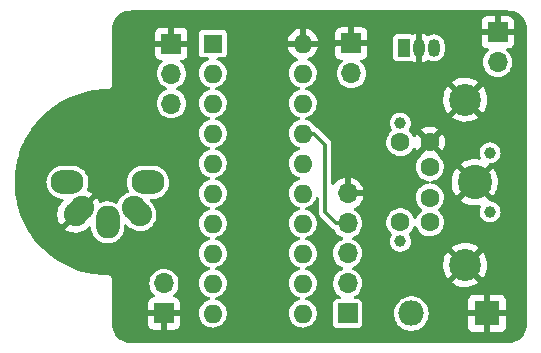
<source format=gbr>
%TF.GenerationSoftware,KiCad,Pcbnew,(6.0.0)*%
%TF.CreationDate,2022-10-20T13:45:11-04:00*%
%TF.ProjectId,TandyKey-B,54616e64-794b-4657-992d-422e6b696361,rev?*%
%TF.SameCoordinates,Original*%
%TF.FileFunction,Copper,L1,Top*%
%TF.FilePolarity,Positive*%
%FSLAX46Y46*%
G04 Gerber Fmt 4.6, Leading zero omitted, Abs format (unit mm)*
G04 Created by KiCad (PCBNEW (6.0.0)) date 2022-10-20 13:45:11*
%MOMM*%
%LPD*%
G01*
G04 APERTURE LIST*
G04 Aperture macros list*
%AMHorizOval*
0 Thick line with rounded ends*
0 $1 width*
0 $2 $3 position (X,Y) of the first rounded end (center of the circle)*
0 $4 $5 position (X,Y) of the second rounded end (center of the circle)*
0 Add line between two ends*
20,1,$1,$2,$3,$4,$5,0*
0 Add two circle primitives to create the rounded ends*
1,1,$1,$2,$3*
1,1,$1,$4,$5*%
G04 Aperture macros list end*
%TA.AperFunction,ComponentPad*%
%ADD10O,2.794000X2.032000*%
%TD*%
%TA.AperFunction,ComponentPad*%
%ADD11O,2.032000X2.794000*%
%TD*%
%TA.AperFunction,ComponentPad*%
%ADD12HorizOval,2.032000X-0.269408X0.269408X0.269408X-0.269408X0*%
%TD*%
%TA.AperFunction,ComponentPad*%
%ADD13HorizOval,2.032000X-0.269408X-0.269408X0.269408X0.269408X0*%
%TD*%
%TA.AperFunction,ComponentPad*%
%ADD14R,1.700000X1.700000*%
%TD*%
%TA.AperFunction,ComponentPad*%
%ADD15O,1.700000X1.700000*%
%TD*%
%TA.AperFunction,ComponentPad*%
%ADD16R,2.159000X2.159000*%
%TD*%
%TA.AperFunction,ComponentPad*%
%ADD17O,2.159000X2.159000*%
%TD*%
%TA.AperFunction,ComponentPad*%
%ADD18R,1.050000X1.500000*%
%TD*%
%TA.AperFunction,ComponentPad*%
%ADD19O,1.050000X1.500000*%
%TD*%
%TA.AperFunction,ComponentPad*%
%ADD20R,1.600000X1.600000*%
%TD*%
%TA.AperFunction,ComponentPad*%
%ADD21O,1.600000X1.600000*%
%TD*%
%TA.AperFunction,ComponentPad*%
%ADD22C,2.700000*%
%TD*%
%TA.AperFunction,ComponentPad*%
%ADD23C,2.899999*%
%TD*%
%TA.AperFunction,ComponentPad*%
%ADD24C,1.600000*%
%TD*%
%TA.AperFunction,ComponentPad*%
%ADD25C,1.000000*%
%TD*%
%TA.AperFunction,ViaPad*%
%ADD26C,0.800000*%
%TD*%
%TA.AperFunction,Conductor*%
%ADD27C,0.304800*%
%TD*%
G04 APERTURE END LIST*
D10*
%TO.P,J1,1,Pin_1*%
%TO.N,KBD_DTA*%
X116751100Y-96520000D03*
D11*
%TO.P,J1,2,Pin_2*%
%TO.N,KBD_CLK*%
X113347500Y-99923600D03*
D10*
%TO.P,J1,3,Pin_3*%
%TO.N,Net-(J1-Pad3)*%
X109943900Y-96520000D03*
D12*
%TO.P,J1,4,Pin_4*%
%TO.N,+5V*%
X115811300Y-98983800D03*
D13*
%TO.P,J1,5,Pin_5*%
%TO.N,GND*%
X110883700Y-98983800D03*
%TD*%
D14*
%TO.P,J5,1,Pin_1*%
%TO.N,GND*%
X118745000Y-84787500D03*
D15*
%TO.P,J5,2,Pin_2*%
%TO.N,BSL_TX*%
X118745000Y-87327500D03*
%TO.P,J5,3,Pin_3*%
%TO.N,Net-(J5-Pad3)*%
X118745000Y-89867500D03*
%TD*%
D16*
%TO.P,SW1,1,1*%
%TO.N,GND*%
X145465000Y-107632500D03*
D17*
%TO.P,SW1,2,2*%
%TO.N,_RST*%
X139065000Y-107632500D03*
%TD*%
D18*
%TO.P,U2,1,VO*%
%TO.N,+3V3*%
X138430000Y-85132500D03*
D19*
%TO.P,U2,2,GND*%
%TO.N,GND*%
X139700000Y-85132500D03*
%TO.P,U2,3,VI*%
%TO.N,+5V*%
X140970000Y-85132500D03*
%TD*%
D20*
%TO.P,U1,1,DVCC*%
%TO.N,+3V3*%
X122247508Y-84777504D03*
D21*
%TO.P,U1,2,TA0CLK/ACLK/CA0/P1.0*%
%TO.N,KBD_BSY*%
X122247508Y-87317504D03*
%TO.P,U1,3,TA0.0/UCA0RXD/UCA0SOMI/P1.1*%
%TO.N,BSL_TX*%
X122247508Y-89857504D03*
%TO.P,U1,4,TA0.1/UCA0TXD/UCA0SIMO/P1.2*%
%TO.N,Net-(J5-Pad3)*%
X122247508Y-92397504D03*
%TO.P,U1,5,P1.3*%
%TO.N,KBD_CLK*%
X122247508Y-94937504D03*
%TO.P,U1,6,TCK/SMCLK/UCB0STE/UCA0CLK/P1.4*%
%TO.N,KBD_DTA*%
X122247508Y-97477504D03*
%TO.P,U1,7,TMS/TA0.0/UCB0CLK/UCA0STE/P1.5*%
%TO.N,BSL_RX*%
X122247508Y-100017504D03*
%TO.P,U1,8,P2.0/TA1.0*%
%TO.N,Net-(R8-Pad1)*%
X122247508Y-102557504D03*
%TO.P,U1,9,P2.1/TA1.1*%
%TO.N,unconnected-(U1-Pad9)*%
X122247508Y-105097504D03*
%TO.P,U1,10,P2.2/TA1.1*%
%TO.N,unconnected-(U1-Pad10)*%
X122247508Y-107637504D03*
%TO.P,U1,11,P2.3/TA1.0*%
%TO.N,unconnected-(U1-Pad11)*%
X129867508Y-107637504D03*
%TO.P,U1,12,P2.4/TA1.2*%
%TO.N,unconnected-(U1-Pad12)*%
X129867508Y-105097504D03*
%TO.P,U1,13,P2.5/TA1.2*%
%TO.N,unconnected-(U1-Pad13)*%
X129867508Y-102557504D03*
%TO.P,U1,14,TDI/TCLK/TA0.1/UCB0SOMI/UCB0SCL/P1.6*%
%TO.N,PS2_DTA*%
X129867508Y-100017504D03*
%TO.P,U1,15,TDO/TDI/UCB0SIMO/UCB0SDA/P1.7*%
%TO.N,PS2_CLK*%
X129867508Y-97477504D03*
%TO.P,U1,16,~{RST}/NMI/SBWTDIO*%
%TO.N,_RST*%
X129867508Y-94937504D03*
%TO.P,U1,17,TEST/SBWTCK*%
%TO.N,TEST*%
X129867508Y-92397504D03*
%TO.P,U1,18,P2.7/XOUT*%
%TO.N,Net-(R3-Pad1)*%
X129867508Y-89857504D03*
%TO.P,U1,19,P2.6/XIN/TA0.1*%
%TO.N,unconnected-(U1-Pad19)*%
X129867508Y-87317504D03*
%TO.P,U1,20,DVSS*%
%TO.N,GND*%
X129867508Y-84777504D03*
%TD*%
D22*
%TO.P,J2,0*%
%TO.N,GND*%
X143625000Y-103520001D03*
X143625000Y-89519999D03*
D23*
X144425000Y-96520000D03*
D24*
%TO.P,J2,1*%
%TO.N,PS2_DTA*%
X140625000Y-95220000D03*
%TO.P,J2,2*%
%TO.N,unconnected-(J2-Pad2)*%
X140625000Y-97820000D03*
%TO.P,J2,3*%
%TO.N,GND*%
X140625000Y-93120000D03*
%TO.P,J2,4*%
%TO.N,+5V*%
X140625000Y-99920000D03*
%TO.P,J2,5*%
%TO.N,PS2_CLK*%
X138125000Y-93120000D03*
%TO.P,J2,6*%
%TO.N,unconnected-(J2-Pad6)*%
X138125000Y-99920000D03*
D25*
%TO.P,J2,M1*%
%TO.N,N/C*%
X145725000Y-94020000D03*
%TO.P,J2,M2*%
X145725000Y-99020000D03*
%TO.P,J2,M3*%
X138125000Y-91520000D03*
%TO.P,J2,M4*%
X138125000Y-101520000D03*
%TD*%
D14*
%TO.P,D1,1,Pin_1*%
%TO.N,GND*%
X133985000Y-84772500D03*
D15*
%TO.P,D1,2,Pin_2*%
%TO.N,Net-(D1-Pad2)*%
X133985000Y-87312500D03*
%TD*%
D14*
%TO.P,J3,1,Pin_1*%
%TO.N,_RST*%
X133667500Y-107627500D03*
D15*
%TO.P,J3,2,Pin_2*%
%TO.N,BSL_RX*%
X133667500Y-105087500D03*
%TO.P,J3,3,Pin_3*%
%TO.N,BSL_TX*%
X133667500Y-102547500D03*
%TO.P,J3,4,Pin_4*%
%TO.N,TEST*%
X133667500Y-100007500D03*
%TO.P,J3,5,Pin_5*%
%TO.N,GND*%
X133667500Y-97467500D03*
%TD*%
D14*
%TO.P,J4,1,Pin_1*%
%TO.N,GND*%
X146367500Y-83820000D03*
D15*
%TO.P,J4,2,Pin_2*%
%TO.N,+5V*%
X146367500Y-86360000D03*
%TD*%
D14*
%TO.P,D2,1,Pin_1*%
%TO.N,GND*%
X118110000Y-107632500D03*
D15*
%TO.P,D2,2,Pin_2*%
%TO.N,Net-(D2-Pad2)*%
X118110000Y-105092500D03*
%TD*%
D26*
%TO.N,GND*%
X127270002Y-88629998D03*
%TD*%
D27*
%TO.N,TEST*%
X130815004Y-92397504D02*
X131762500Y-93345000D01*
X131762500Y-93345000D02*
X131762500Y-99060000D01*
X129867508Y-92397504D02*
X130815004Y-92397504D01*
X133667500Y-100007500D02*
X132720000Y-100007500D01*
X132715000Y-100012500D02*
X131762500Y-99060000D01*
X132720000Y-100007500D02*
X132715000Y-100012500D01*
%TD*%
%TA.AperFunction,Conductor*%
%TO.N,GND*%
G36*
X147299809Y-81980051D02*
G01*
X147310206Y-81981698D01*
X147310207Y-81981698D01*
X147320000Y-81983249D01*
X147329796Y-81981697D01*
X147339021Y-81981697D01*
X147355073Y-81981008D01*
X147527906Y-81993370D01*
X147545693Y-81995927D01*
X147697608Y-82028975D01*
X147740552Y-82038317D01*
X147757801Y-82043381D01*
X147944654Y-82113074D01*
X147961003Y-82120541D01*
X148136026Y-82216111D01*
X148151150Y-82225830D01*
X148310796Y-82345340D01*
X148324382Y-82357113D01*
X148465387Y-82498118D01*
X148477160Y-82511704D01*
X148596670Y-82671350D01*
X148606389Y-82686474D01*
X148701959Y-82861497D01*
X148709428Y-82877850D01*
X148779119Y-83064700D01*
X148784183Y-83081948D01*
X148826572Y-83276803D01*
X148829130Y-83294594D01*
X148839749Y-83443048D01*
X148841492Y-83467424D01*
X148840803Y-83483479D01*
X148840803Y-83492704D01*
X148839251Y-83502500D01*
X148840802Y-83512293D01*
X148840802Y-83512294D01*
X148842449Y-83522691D01*
X148844000Y-83542402D01*
X148844000Y-108545098D01*
X148842449Y-108564808D01*
X148839251Y-108585000D01*
X148840803Y-108594796D01*
X148840803Y-108604021D01*
X148841492Y-108620073D01*
X148829168Y-108792380D01*
X148829131Y-108792902D01*
X148826573Y-108810693D01*
X148808446Y-108894018D01*
X148784183Y-109005552D01*
X148779119Y-109022800D01*
X148710621Y-109206452D01*
X148709428Y-109209650D01*
X148701959Y-109226003D01*
X148606389Y-109401026D01*
X148596670Y-109416150D01*
X148477160Y-109575796D01*
X148465387Y-109589382D01*
X148324382Y-109730387D01*
X148310796Y-109742160D01*
X148151150Y-109861670D01*
X148136026Y-109871389D01*
X147961003Y-109966959D01*
X147944654Y-109974426D01*
X147931244Y-109979428D01*
X147757800Y-110044119D01*
X147740552Y-110049183D01*
X147717568Y-110054183D01*
X147545693Y-110091573D01*
X147527906Y-110094130D01*
X147355073Y-110106492D01*
X147339021Y-110105803D01*
X147329796Y-110105803D01*
X147320000Y-110104251D01*
X147310207Y-110105802D01*
X147310204Y-110105802D01*
X147299770Y-110107455D01*
X147280083Y-110109007D01*
X131234055Y-110111508D01*
X115292381Y-110113993D01*
X115272655Y-110112442D01*
X115262300Y-110110802D01*
X115262293Y-110110802D01*
X115252500Y-110109251D01*
X115242704Y-110110803D01*
X115233479Y-110110803D01*
X115217427Y-110111492D01*
X115044594Y-110099130D01*
X115026807Y-110096573D01*
X114831949Y-110054183D01*
X114814700Y-110049119D01*
X114789389Y-110039679D01*
X114627846Y-109979426D01*
X114611497Y-109971959D01*
X114436474Y-109876389D01*
X114421350Y-109866670D01*
X114261704Y-109747160D01*
X114248118Y-109735387D01*
X114107113Y-109594382D01*
X114095340Y-109580796D01*
X113975830Y-109421150D01*
X113966111Y-109406026D01*
X113870541Y-109231003D01*
X113863072Y-109214650D01*
X113861517Y-109210479D01*
X113793381Y-109027800D01*
X113788317Y-109010552D01*
X113776144Y-108954593D01*
X113745927Y-108815693D01*
X113743369Y-108797902D01*
X113743301Y-108796954D01*
X113731008Y-108625073D01*
X113731697Y-108609021D01*
X113731697Y-108599796D01*
X113733249Y-108590000D01*
X113731420Y-108578448D01*
X113730051Y-108569809D01*
X113728500Y-108550098D01*
X113728500Y-108527169D01*
X116752001Y-108527169D01*
X116752371Y-108533990D01*
X116757895Y-108584852D01*
X116761521Y-108600104D01*
X116806676Y-108720554D01*
X116815214Y-108736149D01*
X116891715Y-108838224D01*
X116904276Y-108850785D01*
X117006351Y-108927286D01*
X117021946Y-108935824D01*
X117142394Y-108980978D01*
X117157649Y-108984605D01*
X117208514Y-108990131D01*
X117215328Y-108990500D01*
X117837885Y-108990500D01*
X117853124Y-108986025D01*
X117854329Y-108984635D01*
X117856000Y-108976952D01*
X117856000Y-108972384D01*
X118364000Y-108972384D01*
X118368475Y-108987623D01*
X118369865Y-108988828D01*
X118377548Y-108990499D01*
X119004669Y-108990499D01*
X119011490Y-108990129D01*
X119062352Y-108984605D01*
X119077604Y-108980979D01*
X119198054Y-108935824D01*
X119213649Y-108927286D01*
X119315724Y-108850785D01*
X119328285Y-108838224D01*
X119404786Y-108736149D01*
X119413324Y-108720554D01*
X119458478Y-108600106D01*
X119462105Y-108584851D01*
X119467631Y-108533986D01*
X119468000Y-108527172D01*
X119468000Y-107904615D01*
X119463525Y-107889376D01*
X119462135Y-107888171D01*
X119454452Y-107886500D01*
X118382115Y-107886500D01*
X118366876Y-107890975D01*
X118365671Y-107892365D01*
X118364000Y-107900048D01*
X118364000Y-108972384D01*
X117856000Y-108972384D01*
X117856000Y-107904615D01*
X117851525Y-107889376D01*
X117850135Y-107888171D01*
X117842452Y-107886500D01*
X116770116Y-107886500D01*
X116754877Y-107890975D01*
X116753672Y-107892365D01*
X116752001Y-107900048D01*
X116752001Y-108527169D01*
X113728500Y-108527169D01*
X113728500Y-107606443D01*
X121061353Y-107606443D01*
X121075555Y-107823123D01*
X121129005Y-108033587D01*
X121219915Y-108230785D01*
X121345239Y-108408114D01*
X121349373Y-108412141D01*
X121458229Y-108518184D01*
X121500780Y-108559636D01*
X121505576Y-108562841D01*
X121505579Y-108562843D01*
X121591235Y-108620076D01*
X121681330Y-108680275D01*
X121686633Y-108682553D01*
X121686636Y-108682555D01*
X121811379Y-108736149D01*
X121880840Y-108765992D01*
X121958293Y-108783518D01*
X122086994Y-108812640D01*
X122086999Y-108812641D01*
X122092631Y-108813915D01*
X122098402Y-108814142D01*
X122098404Y-108814142D01*
X122164797Y-108816750D01*
X122309608Y-108822440D01*
X122417056Y-108806861D01*
X122518791Y-108792110D01*
X122518796Y-108792109D01*
X122524505Y-108791281D01*
X122529969Y-108789426D01*
X122529974Y-108789425D01*
X122724658Y-108723338D01*
X122730126Y-108721482D01*
X122919584Y-108615381D01*
X123086534Y-108476530D01*
X123225385Y-108309580D01*
X123331486Y-108120122D01*
X123362762Y-108027987D01*
X123399429Y-107919970D01*
X123399430Y-107919965D01*
X123401285Y-107914501D01*
X123402719Y-107904615D01*
X123420992Y-107778583D01*
X123432444Y-107699604D01*
X123434070Y-107637504D01*
X123414201Y-107421270D01*
X123407702Y-107398224D01*
X123356827Y-107217838D01*
X123355259Y-107212278D01*
X123331978Y-107165068D01*
X123261772Y-107022706D01*
X123259218Y-107017527D01*
X123129295Y-106843539D01*
X123011016Y-106734203D01*
X122974081Y-106700060D01*
X122974078Y-106700058D01*
X122969841Y-106696141D01*
X122786196Y-106580270D01*
X122584510Y-106499805D01*
X122578845Y-106498678D01*
X122578841Y-106498677D01*
X122546252Y-106492195D01*
X122483342Y-106459288D01*
X122448210Y-106397593D01*
X122452010Y-106326698D01*
X122493535Y-106269112D01*
X122530332Y-106249303D01*
X122599004Y-106225992D01*
X122730126Y-106181482D01*
X122919584Y-106075381D01*
X122939824Y-106058548D01*
X123082096Y-105940221D01*
X123086534Y-105936530D01*
X123225385Y-105769580D01*
X123331486Y-105580122D01*
X123362762Y-105487987D01*
X123399429Y-105379970D01*
X123399430Y-105379965D01*
X123401285Y-105374501D01*
X123404798Y-105350277D01*
X123420992Y-105238583D01*
X123432444Y-105159604D01*
X123434070Y-105097504D01*
X123414201Y-104881270D01*
X123411734Y-104872520D01*
X123356827Y-104677838D01*
X123355259Y-104672278D01*
X123259218Y-104477527D01*
X123129295Y-104303539D01*
X122969841Y-104156141D01*
X122786196Y-104040270D01*
X122584510Y-103959805D01*
X122578845Y-103958678D01*
X122578841Y-103958677D01*
X122546252Y-103952195D01*
X122483342Y-103919288D01*
X122448210Y-103857593D01*
X122452010Y-103786698D01*
X122493535Y-103729112D01*
X122530332Y-103709303D01*
X122533268Y-103708306D01*
X122730126Y-103641482D01*
X122919584Y-103535381D01*
X123086534Y-103396530D01*
X123225385Y-103229580D01*
X123331486Y-103040122D01*
X123365389Y-102940248D01*
X123399429Y-102839970D01*
X123399430Y-102839965D01*
X123401285Y-102834501D01*
X123411774Y-102762165D01*
X123431911Y-102623278D01*
X123432444Y-102619604D01*
X123434070Y-102557504D01*
X123419609Y-102400127D01*
X123414730Y-102347024D01*
X123414729Y-102347021D01*
X123414201Y-102341270D01*
X123407228Y-102316543D01*
X123356827Y-102137838D01*
X123355259Y-102132278D01*
X123259218Y-101937527D01*
X123129295Y-101763539D01*
X123004303Y-101647997D01*
X122974081Y-101620060D01*
X122974078Y-101620058D01*
X122969841Y-101616141D01*
X122786196Y-101500270D01*
X122584510Y-101419805D01*
X122578845Y-101418678D01*
X122578841Y-101418677D01*
X122546252Y-101412195D01*
X122483342Y-101379288D01*
X122448210Y-101317593D01*
X122452010Y-101246698D01*
X122493535Y-101189112D01*
X122530332Y-101169303D01*
X122540746Y-101165768D01*
X122730126Y-101101482D01*
X122919584Y-100995381D01*
X123086534Y-100856530D01*
X123225385Y-100689580D01*
X123331486Y-100500122D01*
X123373669Y-100375856D01*
X123399429Y-100299970D01*
X123399430Y-100299965D01*
X123401285Y-100294501D01*
X123402334Y-100287273D01*
X123424993Y-100130989D01*
X123432444Y-100079604D01*
X123434070Y-100017504D01*
X123414201Y-99801270D01*
X123407228Y-99776543D01*
X123356827Y-99597838D01*
X123355259Y-99592278D01*
X123259218Y-99397527D01*
X123136827Y-99233625D01*
X123132748Y-99228163D01*
X123132747Y-99228162D01*
X123129295Y-99223539D01*
X123004047Y-99107761D01*
X122974081Y-99080060D01*
X122974078Y-99080058D01*
X122969841Y-99076141D01*
X122786196Y-98960270D01*
X122584510Y-98879805D01*
X122578845Y-98878678D01*
X122578841Y-98878677D01*
X122546252Y-98872195D01*
X122483342Y-98839288D01*
X122448210Y-98777593D01*
X122452010Y-98706698D01*
X122493535Y-98649112D01*
X122530332Y-98629303D01*
X122599004Y-98605992D01*
X122730126Y-98561482D01*
X122919584Y-98455381D01*
X123086534Y-98316530D01*
X123225385Y-98149580D01*
X123331486Y-97960122D01*
X123360355Y-97875076D01*
X123399429Y-97759970D01*
X123399430Y-97759965D01*
X123401285Y-97754501D01*
X123402589Y-97745512D01*
X123421793Y-97613063D01*
X123432444Y-97539604D01*
X123434070Y-97477504D01*
X123415827Y-97278961D01*
X123414730Y-97267024D01*
X123414729Y-97267021D01*
X123414201Y-97261270D01*
X123412244Y-97254328D01*
X123356827Y-97057838D01*
X123355259Y-97052278D01*
X123259218Y-96857527D01*
X123129295Y-96683539D01*
X122969841Y-96536141D01*
X122786196Y-96420270D01*
X122584510Y-96339805D01*
X122578845Y-96338678D01*
X122578841Y-96338677D01*
X122546252Y-96332195D01*
X122483342Y-96299288D01*
X122448210Y-96237593D01*
X122452010Y-96166698D01*
X122493535Y-96109112D01*
X122530332Y-96089303D01*
X122599004Y-96065992D01*
X122730126Y-96021482D01*
X122919584Y-95915381D01*
X123086534Y-95776530D01*
X123225385Y-95609580D01*
X123331486Y-95420122D01*
X123363287Y-95326439D01*
X123399429Y-95219970D01*
X123399430Y-95219965D01*
X123401285Y-95214501D01*
X123404156Y-95194705D01*
X123431006Y-95009520D01*
X123432444Y-94999604D01*
X123434070Y-94937504D01*
X123420479Y-94789595D01*
X123414730Y-94727024D01*
X123414729Y-94727021D01*
X123414201Y-94721270D01*
X123407228Y-94696543D01*
X123356827Y-94517838D01*
X123355259Y-94512278D01*
X123259218Y-94317527D01*
X123143656Y-94162771D01*
X123132748Y-94148163D01*
X123132747Y-94148162D01*
X123129295Y-94143539D01*
X123014146Y-94037096D01*
X122974081Y-94000060D01*
X122974078Y-94000058D01*
X122969841Y-93996141D01*
X122786196Y-93880270D01*
X122584510Y-93799805D01*
X122578845Y-93798678D01*
X122578841Y-93798677D01*
X122546252Y-93792195D01*
X122483342Y-93759288D01*
X122448210Y-93697593D01*
X122452010Y-93626698D01*
X122493535Y-93569112D01*
X122530332Y-93549303D01*
X122599004Y-93525992D01*
X122730126Y-93481482D01*
X122919584Y-93375381D01*
X123086534Y-93236530D01*
X123225385Y-93069580D01*
X123331486Y-92880122D01*
X123362762Y-92787987D01*
X123399429Y-92679970D01*
X123399430Y-92679965D01*
X123401285Y-92674501D01*
X123402526Y-92665947D01*
X123420992Y-92538583D01*
X123432444Y-92459604D01*
X123434070Y-92397504D01*
X123414201Y-92181270D01*
X123407228Y-92156543D01*
X123356827Y-91977838D01*
X123355259Y-91972278D01*
X123259218Y-91777527D01*
X123129295Y-91603539D01*
X122969841Y-91456141D01*
X122786196Y-91340270D01*
X122584510Y-91259805D01*
X122578845Y-91258678D01*
X122578841Y-91258677D01*
X122546252Y-91252195D01*
X122483342Y-91219288D01*
X122448210Y-91157593D01*
X122452010Y-91086698D01*
X122493535Y-91029112D01*
X122530332Y-91009303D01*
X122599004Y-90985992D01*
X122730126Y-90941482D01*
X122919584Y-90835381D01*
X123086534Y-90696530D01*
X123225385Y-90529580D01*
X123331486Y-90340122D01*
X123394305Y-90155064D01*
X123399429Y-90139970D01*
X123399430Y-90139965D01*
X123401285Y-90134501D01*
X123408874Y-90082165D01*
X123431911Y-89923278D01*
X123432444Y-89919604D01*
X123434070Y-89857504D01*
X123415264Y-89652835D01*
X123414730Y-89647024D01*
X123414729Y-89647021D01*
X123414201Y-89641270D01*
X123412081Y-89633751D01*
X123356827Y-89437838D01*
X123355259Y-89432278D01*
X123259218Y-89237527D01*
X123190318Y-89145259D01*
X123132748Y-89068163D01*
X123132747Y-89068162D01*
X123129295Y-89063539D01*
X123033580Y-88975061D01*
X122974081Y-88920060D01*
X122974078Y-88920058D01*
X122969841Y-88916141D01*
X122786196Y-88800270D01*
X122584510Y-88719805D01*
X122578845Y-88718678D01*
X122578841Y-88718677D01*
X122546252Y-88712195D01*
X122483342Y-88679288D01*
X122448210Y-88617593D01*
X122452010Y-88546698D01*
X122493535Y-88489112D01*
X122530332Y-88469303D01*
X122599004Y-88445992D01*
X122730126Y-88401482D01*
X122919584Y-88295381D01*
X123086534Y-88156530D01*
X123225385Y-87989580D01*
X123331486Y-87800122D01*
X123362762Y-87707987D01*
X123399429Y-87599970D01*
X123399430Y-87599965D01*
X123401285Y-87594501D01*
X123403762Y-87577423D01*
X123431911Y-87383278D01*
X123432444Y-87379604D01*
X123434070Y-87317504D01*
X123415264Y-87112835D01*
X123414730Y-87107024D01*
X123414729Y-87107021D01*
X123414201Y-87101270D01*
X123411734Y-87092520D01*
X123356827Y-86897838D01*
X123355259Y-86892278D01*
X123259218Y-86697527D01*
X123190318Y-86605259D01*
X123132748Y-86528163D01*
X123132747Y-86528162D01*
X123129295Y-86523539D01*
X123033580Y-86435061D01*
X122974081Y-86380060D01*
X122974078Y-86380058D01*
X122969841Y-86376141D01*
X122786196Y-86260270D01*
X122640227Y-86202034D01*
X122584367Y-86158213D01*
X122561067Y-86091149D01*
X122577723Y-86022134D01*
X122629047Y-85973079D01*
X122686917Y-85959004D01*
X123083666Y-85959004D01*
X123088214Y-85958334D01*
X123088221Y-85958334D01*
X123148967Y-85949392D01*
X123148969Y-85949391D01*
X123158652Y-85947966D01*
X123209068Y-85923213D01*
X123263311Y-85896581D01*
X123263312Y-85896580D01*
X123272659Y-85891991D01*
X123362388Y-85802105D01*
X123418163Y-85688001D01*
X123427299Y-85625379D01*
X123428348Y-85618188D01*
X123428348Y-85618184D01*
X123429008Y-85613662D01*
X123429008Y-85044026D01*
X128584781Y-85044026D01*
X128632272Y-85221265D01*
X128636018Y-85231557D01*
X128728094Y-85429015D01*
X128733577Y-85438511D01*
X128858536Y-85616971D01*
X128865592Y-85625379D01*
X129019633Y-85779420D01*
X129028041Y-85786476D01*
X129206501Y-85911435D01*
X129215997Y-85916918D01*
X129398777Y-86002149D01*
X129452062Y-86049066D01*
X129471523Y-86117343D01*
X129450981Y-86185303D01*
X129396958Y-86231369D01*
X129389140Y-86234555D01*
X129362099Y-86244531D01*
X129362092Y-86244535D01*
X129356680Y-86246531D01*
X129170064Y-86357555D01*
X129165724Y-86361361D01*
X129165720Y-86361364D01*
X129011147Y-86496922D01*
X129006806Y-86500729D01*
X129003231Y-86505264D01*
X129003230Y-86505265D01*
X128977902Y-86537394D01*
X128872373Y-86671256D01*
X128869685Y-86676365D01*
X128773957Y-86858314D01*
X128773955Y-86858319D01*
X128771268Y-86863426D01*
X128706875Y-87070804D01*
X128681353Y-87286443D01*
X128695555Y-87503123D01*
X128749005Y-87713587D01*
X128839915Y-87910785D01*
X128965239Y-88088114D01*
X129120780Y-88239636D01*
X129125576Y-88242841D01*
X129125579Y-88242843D01*
X129218458Y-88304902D01*
X129301330Y-88360275D01*
X129306633Y-88362553D01*
X129306636Y-88362555D01*
X129447439Y-88423049D01*
X129500840Y-88445992D01*
X129559508Y-88459267D01*
X129575329Y-88462847D01*
X129637355Y-88497390D01*
X129670860Y-88559983D01*
X129665206Y-88630754D01*
X129622187Y-88687234D01*
X129571633Y-88708740D01*
X129571676Y-88708900D01*
X129570543Y-88709204D01*
X129568859Y-88709920D01*
X129560403Y-88711373D01*
X129356680Y-88786531D01*
X129170064Y-88897555D01*
X129165724Y-88901361D01*
X129165720Y-88901364D01*
X129011147Y-89036922D01*
X129006806Y-89040729D01*
X129003231Y-89045264D01*
X129003230Y-89045265D01*
X128877957Y-89204173D01*
X128872373Y-89211256D01*
X128869685Y-89216365D01*
X128773957Y-89398314D01*
X128773955Y-89398319D01*
X128771268Y-89403426D01*
X128706875Y-89610804D01*
X128681353Y-89826443D01*
X128695555Y-90043123D01*
X128749005Y-90253587D01*
X128839915Y-90450785D01*
X128965239Y-90628114D01*
X129120780Y-90779636D01*
X129125576Y-90782841D01*
X129125579Y-90782843D01*
X129239671Y-90859076D01*
X129301330Y-90900275D01*
X129306633Y-90902553D01*
X129306636Y-90902555D01*
X129495533Y-90983712D01*
X129500840Y-90985992D01*
X129536695Y-90994105D01*
X129575329Y-91002847D01*
X129637355Y-91037390D01*
X129670860Y-91099983D01*
X129665206Y-91170754D01*
X129622187Y-91227234D01*
X129571633Y-91248740D01*
X129571676Y-91248900D01*
X129570543Y-91249204D01*
X129568859Y-91249920D01*
X129560403Y-91251373D01*
X129356680Y-91326531D01*
X129170064Y-91437555D01*
X129165724Y-91441361D01*
X129165720Y-91441364D01*
X129076054Y-91520000D01*
X129006806Y-91580729D01*
X128872373Y-91751256D01*
X128869685Y-91756365D01*
X128773957Y-91938314D01*
X128773955Y-91938319D01*
X128771268Y-91943426D01*
X128706875Y-92150804D01*
X128681353Y-92366443D01*
X128695555Y-92583123D01*
X128749005Y-92793587D01*
X128839915Y-92990785D01*
X128965239Y-93168114D01*
X129027769Y-93229028D01*
X129094756Y-93294284D01*
X129120780Y-93319636D01*
X129125576Y-93322841D01*
X129125579Y-93322843D01*
X129262635Y-93414420D01*
X129301330Y-93440275D01*
X129306633Y-93442553D01*
X129306636Y-93442555D01*
X129495533Y-93523712D01*
X129500840Y-93525992D01*
X129574256Y-93542604D01*
X129575329Y-93542847D01*
X129637355Y-93577390D01*
X129670860Y-93639983D01*
X129665206Y-93710754D01*
X129622187Y-93767234D01*
X129571633Y-93788740D01*
X129571676Y-93788900D01*
X129570543Y-93789204D01*
X129568859Y-93789920D01*
X129560403Y-93791373D01*
X129356680Y-93866531D01*
X129170064Y-93977555D01*
X129165724Y-93981361D01*
X129165720Y-93981364D01*
X129029649Y-94100696D01*
X129006806Y-94120729D01*
X129003231Y-94125264D01*
X129003230Y-94125265D01*
X128887616Y-94271921D01*
X128872373Y-94291256D01*
X128869685Y-94296365D01*
X128773957Y-94478314D01*
X128773955Y-94478319D01*
X128771268Y-94483426D01*
X128706875Y-94690804D01*
X128681353Y-94906443D01*
X128695555Y-95123123D01*
X128749005Y-95333587D01*
X128839915Y-95530785D01*
X128965239Y-95708114D01*
X128969373Y-95712141D01*
X129078037Y-95817997D01*
X129120780Y-95859636D01*
X129125576Y-95862841D01*
X129125579Y-95862843D01*
X129267597Y-95957735D01*
X129301330Y-95980275D01*
X129306633Y-95982553D01*
X129306636Y-95982555D01*
X129484626Y-96059026D01*
X129500840Y-96065992D01*
X129574256Y-96082604D01*
X129575329Y-96082847D01*
X129637355Y-96117390D01*
X129670860Y-96179983D01*
X129665206Y-96250754D01*
X129622187Y-96307234D01*
X129571633Y-96328740D01*
X129571676Y-96328900D01*
X129570543Y-96329204D01*
X129568859Y-96329920D01*
X129568295Y-96330017D01*
X129560403Y-96331373D01*
X129356680Y-96406531D01*
X129170064Y-96517555D01*
X129165724Y-96521361D01*
X129165720Y-96521364D01*
X129065828Y-96608968D01*
X129006806Y-96660729D01*
X129003231Y-96665264D01*
X129003230Y-96665265D01*
X128884490Y-96815886D01*
X128872373Y-96831256D01*
X128869685Y-96836365D01*
X128773957Y-97018314D01*
X128773955Y-97018319D01*
X128771268Y-97023426D01*
X128706875Y-97230804D01*
X128681353Y-97446443D01*
X128695555Y-97663123D01*
X128749005Y-97873587D01*
X128839915Y-98070785D01*
X128965239Y-98248114D01*
X129120780Y-98399636D01*
X129125576Y-98402841D01*
X129125579Y-98402843D01*
X129231411Y-98473557D01*
X129301330Y-98520275D01*
X129306633Y-98522553D01*
X129306636Y-98522555D01*
X129495533Y-98603712D01*
X129500840Y-98605992D01*
X129574256Y-98622604D01*
X129575329Y-98622847D01*
X129637355Y-98657390D01*
X129670860Y-98719983D01*
X129665206Y-98790754D01*
X129622187Y-98847234D01*
X129571633Y-98868740D01*
X129571676Y-98868900D01*
X129570543Y-98869204D01*
X129568859Y-98869920D01*
X129560403Y-98871373D01*
X129356680Y-98946531D01*
X129170064Y-99057555D01*
X129165724Y-99061361D01*
X129165720Y-99061364D01*
X129032964Y-99177789D01*
X129006806Y-99200729D01*
X129003231Y-99205264D01*
X129003230Y-99205265D01*
X128882051Y-99358980D01*
X128872373Y-99371256D01*
X128869685Y-99376365D01*
X128773957Y-99558314D01*
X128773955Y-99558319D01*
X128771268Y-99563426D01*
X128706875Y-99770804D01*
X128681353Y-99986443D01*
X128695555Y-100203123D01*
X128749005Y-100413587D01*
X128839915Y-100610785D01*
X128965239Y-100788114D01*
X129120780Y-100939636D01*
X129125576Y-100942841D01*
X129125579Y-100942843D01*
X129217075Y-101003978D01*
X129301330Y-101060275D01*
X129306633Y-101062553D01*
X129306636Y-101062555D01*
X129404752Y-101104709D01*
X129500840Y-101145992D01*
X129560480Y-101159487D01*
X129575329Y-101162847D01*
X129637355Y-101197390D01*
X129670860Y-101259983D01*
X129665206Y-101330754D01*
X129622187Y-101387234D01*
X129571633Y-101408740D01*
X129571676Y-101408900D01*
X129570543Y-101409204D01*
X129568859Y-101409920D01*
X129560403Y-101411373D01*
X129356680Y-101486531D01*
X129170064Y-101597555D01*
X129165724Y-101601361D01*
X129165720Y-101601364D01*
X129047095Y-101705396D01*
X129006806Y-101740729D01*
X129003231Y-101745264D01*
X129003230Y-101745265D01*
X128997225Y-101752883D01*
X128872373Y-101911256D01*
X128869685Y-101916365D01*
X128773957Y-102098314D01*
X128773955Y-102098319D01*
X128771268Y-102103426D01*
X128706875Y-102310804D01*
X128681353Y-102526443D01*
X128695555Y-102743123D01*
X128749005Y-102953587D01*
X128839915Y-103150785D01*
X128965239Y-103328114D01*
X129120780Y-103479636D01*
X129125576Y-103482841D01*
X129125579Y-103482843D01*
X129267597Y-103577735D01*
X129301330Y-103600275D01*
X129306633Y-103602553D01*
X129306636Y-103602555D01*
X129402764Y-103643855D01*
X129500840Y-103685992D01*
X129574256Y-103702604D01*
X129575329Y-103702847D01*
X129637355Y-103737390D01*
X129670860Y-103799983D01*
X129665206Y-103870754D01*
X129622187Y-103927234D01*
X129571633Y-103948740D01*
X129571676Y-103948900D01*
X129570543Y-103949204D01*
X129568859Y-103949920D01*
X129560403Y-103951373D01*
X129356680Y-104026531D01*
X129170064Y-104137555D01*
X129165724Y-104141361D01*
X129165720Y-104141364D01*
X129056861Y-104236832D01*
X129006806Y-104280729D01*
X129003231Y-104285264D01*
X129003230Y-104285265D01*
X128906432Y-104408053D01*
X128872373Y-104451256D01*
X128869685Y-104456365D01*
X128773957Y-104638314D01*
X128773955Y-104638319D01*
X128771268Y-104643426D01*
X128706875Y-104850804D01*
X128681353Y-105066443D01*
X128695555Y-105283123D01*
X128749005Y-105493587D01*
X128839915Y-105690785D01*
X128965239Y-105868114D01*
X129120780Y-106019636D01*
X129125576Y-106022841D01*
X129125579Y-106022843D01*
X129240569Y-106099676D01*
X129301330Y-106140275D01*
X129306633Y-106142553D01*
X129306636Y-106142555D01*
X129495533Y-106223712D01*
X129500840Y-106225992D01*
X129539426Y-106234723D01*
X129575329Y-106242847D01*
X129637355Y-106277390D01*
X129670860Y-106339983D01*
X129665206Y-106410754D01*
X129622187Y-106467234D01*
X129571633Y-106488740D01*
X129571676Y-106488900D01*
X129570543Y-106489204D01*
X129568859Y-106489920D01*
X129560403Y-106491373D01*
X129356680Y-106566531D01*
X129170064Y-106677555D01*
X129165724Y-106681361D01*
X129165720Y-106681364D01*
X129092077Y-106745948D01*
X129006806Y-106820729D01*
X128872373Y-106991256D01*
X128869685Y-106996365D01*
X128773957Y-107178314D01*
X128773955Y-107178319D01*
X128771268Y-107183426D01*
X128706875Y-107390804D01*
X128681353Y-107606443D01*
X128695555Y-107823123D01*
X128749005Y-108033587D01*
X128839915Y-108230785D01*
X128965239Y-108408114D01*
X128969373Y-108412141D01*
X129078229Y-108518184D01*
X129120780Y-108559636D01*
X129125576Y-108562841D01*
X129125579Y-108562843D01*
X129211235Y-108620076D01*
X129301330Y-108680275D01*
X129306633Y-108682553D01*
X129306636Y-108682555D01*
X129431379Y-108736149D01*
X129500840Y-108765992D01*
X129578293Y-108783518D01*
X129706994Y-108812640D01*
X129706999Y-108812641D01*
X129712631Y-108813915D01*
X129718402Y-108814142D01*
X129718404Y-108814142D01*
X129784797Y-108816750D01*
X129929608Y-108822440D01*
X130037056Y-108806861D01*
X130138791Y-108792110D01*
X130138796Y-108792109D01*
X130144505Y-108791281D01*
X130149969Y-108789426D01*
X130149974Y-108789425D01*
X130344658Y-108723338D01*
X130350126Y-108721482D01*
X130539584Y-108615381D01*
X130706534Y-108476530D01*
X130845385Y-108309580D01*
X130951486Y-108120122D01*
X130982762Y-108027987D01*
X131019429Y-107919970D01*
X131019430Y-107919965D01*
X131021285Y-107914501D01*
X131022719Y-107904615D01*
X131040992Y-107778583D01*
X131052444Y-107699604D01*
X131054070Y-107637504D01*
X131034201Y-107421270D01*
X131027702Y-107398224D01*
X130976827Y-107217838D01*
X130975259Y-107212278D01*
X130951978Y-107165068D01*
X130881772Y-107022706D01*
X130879218Y-107017527D01*
X130749295Y-106843539D01*
X130631016Y-106734203D01*
X130594081Y-106700060D01*
X130594078Y-106700058D01*
X130589841Y-106696141D01*
X130406196Y-106580270D01*
X130204510Y-106499805D01*
X130198845Y-106498678D01*
X130198841Y-106498677D01*
X130166252Y-106492195D01*
X130103342Y-106459288D01*
X130068210Y-106397593D01*
X130072010Y-106326698D01*
X130113535Y-106269112D01*
X130150332Y-106249303D01*
X130219004Y-106225992D01*
X130350126Y-106181482D01*
X130539584Y-106075381D01*
X130559824Y-106058548D01*
X130702096Y-105940221D01*
X130706534Y-105936530D01*
X130845385Y-105769580D01*
X130951486Y-105580122D01*
X130982762Y-105487987D01*
X131019429Y-105379970D01*
X131019430Y-105379965D01*
X131021285Y-105374501D01*
X131024798Y-105350277D01*
X131040992Y-105238583D01*
X131052444Y-105159604D01*
X131054070Y-105097504D01*
X131034201Y-104881270D01*
X131031734Y-104872520D01*
X130976827Y-104677838D01*
X130975259Y-104672278D01*
X130879218Y-104477527D01*
X130749295Y-104303539D01*
X130589841Y-104156141D01*
X130406196Y-104040270D01*
X130204510Y-103959805D01*
X130198845Y-103958678D01*
X130198841Y-103958677D01*
X130166252Y-103952195D01*
X130103342Y-103919288D01*
X130068210Y-103857593D01*
X130072010Y-103786698D01*
X130113535Y-103729112D01*
X130150332Y-103709303D01*
X130153268Y-103708306D01*
X130350126Y-103641482D01*
X130539584Y-103535381D01*
X130706534Y-103396530D01*
X130845385Y-103229580D01*
X130951486Y-103040122D01*
X130985389Y-102940248D01*
X131019429Y-102839970D01*
X131019430Y-102839965D01*
X131021285Y-102834501D01*
X131031774Y-102762165D01*
X131051911Y-102623278D01*
X131052444Y-102619604D01*
X131054070Y-102557504D01*
X131039609Y-102400127D01*
X131034730Y-102347024D01*
X131034729Y-102347021D01*
X131034201Y-102341270D01*
X131027228Y-102316543D01*
X130976827Y-102137838D01*
X130975259Y-102132278D01*
X130879218Y-101937527D01*
X130749295Y-101763539D01*
X130624303Y-101647997D01*
X130594081Y-101620060D01*
X130594078Y-101620058D01*
X130589841Y-101616141D01*
X130406196Y-101500270D01*
X130204510Y-101419805D01*
X130198845Y-101418678D01*
X130198841Y-101418677D01*
X130166252Y-101412195D01*
X130103342Y-101379288D01*
X130068210Y-101317593D01*
X130072010Y-101246698D01*
X130113535Y-101189112D01*
X130150332Y-101169303D01*
X130160746Y-101165768D01*
X130350126Y-101101482D01*
X130539584Y-100995381D01*
X130706534Y-100856530D01*
X130845385Y-100689580D01*
X130951486Y-100500122D01*
X130993669Y-100375856D01*
X131019429Y-100299970D01*
X131019430Y-100299965D01*
X131021285Y-100294501D01*
X131022334Y-100287273D01*
X131044993Y-100130989D01*
X131052444Y-100079604D01*
X131054070Y-100017504D01*
X131034201Y-99801270D01*
X131027228Y-99776543D01*
X130976827Y-99597838D01*
X130975259Y-99592278D01*
X130879218Y-99397527D01*
X130756827Y-99233625D01*
X130752748Y-99228163D01*
X130752747Y-99228162D01*
X130749295Y-99223539D01*
X130624047Y-99107761D01*
X130594081Y-99080060D01*
X130594078Y-99080058D01*
X130589841Y-99076141D01*
X130406196Y-98960270D01*
X130204510Y-98879805D01*
X130198845Y-98878678D01*
X130198841Y-98878677D01*
X130166252Y-98872195D01*
X130103342Y-98839288D01*
X130068210Y-98777593D01*
X130072010Y-98706698D01*
X130113535Y-98649112D01*
X130150332Y-98629303D01*
X130219004Y-98605992D01*
X130350126Y-98561482D01*
X130539584Y-98455381D01*
X130706534Y-98316530D01*
X130845385Y-98149580D01*
X130951486Y-97960122D01*
X130983287Y-97866439D01*
X131024124Y-97808363D01*
X131089877Y-97781584D01*
X131159669Y-97794605D01*
X131211342Y-97843292D01*
X131228600Y-97906940D01*
X131228600Y-99045366D01*
X131228489Y-99050643D01*
X131225971Y-99110717D01*
X131235568Y-99151632D01*
X131237731Y-99163306D01*
X131240409Y-99182854D01*
X131243432Y-99204926D01*
X131246843Y-99212809D01*
X131246844Y-99212811D01*
X131249087Y-99217995D01*
X131256119Y-99239258D01*
X131257410Y-99244761D01*
X131257413Y-99244768D01*
X131259374Y-99253131D01*
X131263511Y-99260657D01*
X131263514Y-99260664D01*
X131279622Y-99289965D01*
X131284843Y-99300622D01*
X131301527Y-99339175D01*
X131310496Y-99350251D01*
X131322981Y-99368833D01*
X131329845Y-99381318D01*
X131336635Y-99389184D01*
X131360293Y-99412842D01*
X131369118Y-99422643D01*
X131393584Y-99452856D01*
X131400586Y-99457832D01*
X131400588Y-99457834D01*
X131408199Y-99463243D01*
X131424305Y-99476854D01*
X132320035Y-100372584D01*
X132326322Y-100379349D01*
X132358605Y-100416750D01*
X132365757Y-100421502D01*
X132365762Y-100421506D01*
X132402251Y-100445748D01*
X132408705Y-100450335D01*
X132443599Y-100476821D01*
X132450441Y-100482014D01*
X132458423Y-100485174D01*
X132465731Y-100489292D01*
X132473292Y-100492947D01*
X132480446Y-100497700D01*
X132495318Y-100502532D01*
X132553923Y-100542606D01*
X132570576Y-100569116D01*
X132594588Y-100620611D01*
X132594591Y-100620617D01*
X132596916Y-100625602D01*
X132600072Y-100630109D01*
X132600073Y-100630111D01*
X132713528Y-100792141D01*
X132720513Y-100802117D01*
X132872883Y-100954487D01*
X132877391Y-100957644D01*
X132877394Y-100957646D01*
X133023964Y-101060275D01*
X133049398Y-101078084D01*
X133054380Y-101080407D01*
X133054385Y-101080410D01*
X133232154Y-101163305D01*
X133285439Y-101210223D01*
X133304900Y-101278500D01*
X133284358Y-101346460D01*
X133232154Y-101391695D01*
X133054385Y-101474590D01*
X133054380Y-101474593D01*
X133049398Y-101476916D01*
X133044891Y-101480072D01*
X133044889Y-101480073D01*
X132877394Y-101597354D01*
X132877391Y-101597356D01*
X132872883Y-101600513D01*
X132720513Y-101752883D01*
X132717356Y-101757391D01*
X132717354Y-101757394D01*
X132612794Y-101906722D01*
X132596916Y-101929398D01*
X132594593Y-101934380D01*
X132594590Y-101934385D01*
X132508171Y-102119711D01*
X132505848Y-102124693D01*
X132504426Y-102130001D01*
X132504425Y-102130003D01*
X132462196Y-102287607D01*
X132450077Y-102332835D01*
X132431296Y-102547500D01*
X132450077Y-102762165D01*
X132451501Y-102767478D01*
X132451501Y-102767480D01*
X132502774Y-102958833D01*
X132505848Y-102970307D01*
X132508170Y-102975287D01*
X132508171Y-102975289D01*
X132594590Y-103160615D01*
X132594593Y-103160620D01*
X132596916Y-103165602D01*
X132600072Y-103170109D01*
X132600073Y-103170111D01*
X132713528Y-103332141D01*
X132720513Y-103342117D01*
X132872883Y-103494487D01*
X132877391Y-103497644D01*
X132877394Y-103497646D01*
X133023964Y-103600275D01*
X133049398Y-103618084D01*
X133054380Y-103620407D01*
X133054385Y-103620410D01*
X133232154Y-103703305D01*
X133285439Y-103750223D01*
X133304900Y-103818500D01*
X133284358Y-103886460D01*
X133232154Y-103931695D01*
X133054385Y-104014590D01*
X133054380Y-104014593D01*
X133049398Y-104016916D01*
X133044891Y-104020072D01*
X133044889Y-104020073D01*
X132877394Y-104137354D01*
X132877391Y-104137356D01*
X132872883Y-104140513D01*
X132720513Y-104292883D01*
X132717356Y-104297391D01*
X132717354Y-104297394D01*
X132606302Y-104455993D01*
X132596916Y-104469398D01*
X132594593Y-104474380D01*
X132594590Y-104474385D01*
X132512755Y-104649881D01*
X132505848Y-104664693D01*
X132504426Y-104670001D01*
X132504425Y-104670003D01*
X132473668Y-104784792D01*
X132450077Y-104872835D01*
X132431296Y-105087500D01*
X132450077Y-105302165D01*
X132451501Y-105307478D01*
X132451501Y-105307480D01*
X132502774Y-105498833D01*
X132505848Y-105510307D01*
X132508170Y-105515287D01*
X132508171Y-105515289D01*
X132594590Y-105700615D01*
X132594593Y-105700620D01*
X132596916Y-105705602D01*
X132600072Y-105710109D01*
X132600073Y-105710111D01*
X132713528Y-105872141D01*
X132720513Y-105882117D01*
X132872883Y-106034487D01*
X132877391Y-106037644D01*
X132877394Y-106037646D01*
X132965983Y-106099676D01*
X133049398Y-106158084D01*
X133054382Y-106160408D01*
X133055201Y-106160881D01*
X133104194Y-106212264D01*
X133117630Y-106281977D01*
X133091244Y-106347888D01*
X133033411Y-106389070D01*
X132992201Y-106396000D01*
X132781342Y-106396000D01*
X132776794Y-106396670D01*
X132776787Y-106396670D01*
X132716041Y-106405612D01*
X132716039Y-106405613D01*
X132706356Y-106407038D01*
X132697568Y-106411353D01*
X132697567Y-106411353D01*
X132601697Y-106458423D01*
X132601696Y-106458424D01*
X132592349Y-106463013D01*
X132502620Y-106552899D01*
X132498047Y-106562255D01*
X132498046Y-106562256D01*
X132490287Y-106578130D01*
X132446845Y-106667003D01*
X132445433Y-106676683D01*
X132436665Y-106736787D01*
X132436000Y-106741342D01*
X132436000Y-108513658D01*
X132436670Y-108518206D01*
X132436670Y-108518213D01*
X132445537Y-108578448D01*
X132447038Y-108588644D01*
X132451353Y-108597432D01*
X132451353Y-108597433D01*
X132491854Y-108679922D01*
X132503013Y-108702651D01*
X132510383Y-108710008D01*
X132557129Y-108756672D01*
X132592899Y-108792380D01*
X132602255Y-108796953D01*
X132602256Y-108796954D01*
X132637847Y-108814351D01*
X132707003Y-108848155D01*
X132739784Y-108852937D01*
X132776816Y-108858340D01*
X132776820Y-108858340D01*
X132781342Y-108859000D01*
X134553658Y-108859000D01*
X134558206Y-108858330D01*
X134558213Y-108858330D01*
X134618959Y-108849388D01*
X134618961Y-108849387D01*
X134628644Y-108847962D01*
X134658338Y-108833383D01*
X134733303Y-108796577D01*
X134733304Y-108796576D01*
X134742651Y-108791987D01*
X134787774Y-108746785D01*
X134825022Y-108709472D01*
X134832380Y-108702101D01*
X134888155Y-108587997D01*
X134896034Y-108533990D01*
X134898340Y-108518184D01*
X134898340Y-108518180D01*
X134899000Y-108513658D01*
X134899000Y-107596682D01*
X137599431Y-107596682D01*
X137599728Y-107601835D01*
X137599728Y-107601838D01*
X137601998Y-107641208D01*
X137613260Y-107836529D01*
X137614397Y-107841575D01*
X137614398Y-107841581D01*
X137637097Y-107942304D01*
X137666077Y-108070896D01*
X137668019Y-108075678D01*
X137668020Y-108075682D01*
X137707201Y-108172173D01*
X137756463Y-108293490D01*
X137759162Y-108297894D01*
X137870893Y-108480221D01*
X137881991Y-108498332D01*
X138039289Y-108679922D01*
X138043264Y-108683222D01*
X138043267Y-108683225D01*
X138085951Y-108718662D01*
X138224133Y-108833383D01*
X138431559Y-108954593D01*
X138436379Y-108956433D01*
X138436384Y-108956436D01*
X138543749Y-108997434D01*
X138655997Y-109040297D01*
X138661063Y-109041328D01*
X138661064Y-109041328D01*
X138717391Y-109052788D01*
X138891419Y-109088194D01*
X139026427Y-109093145D01*
X139126338Y-109096809D01*
X139126342Y-109096809D01*
X139131502Y-109096998D01*
X139136622Y-109096342D01*
X139136624Y-109096342D01*
X139212189Y-109086662D01*
X139369800Y-109066471D01*
X139374751Y-109064986D01*
X139374754Y-109064985D01*
X139594962Y-108998919D01*
X139594961Y-108998919D01*
X139599912Y-108997434D01*
X139815658Y-108891741D01*
X139862485Y-108858340D01*
X140005022Y-108756669D01*
X143877501Y-108756669D01*
X143877871Y-108763490D01*
X143883395Y-108814352D01*
X143887021Y-108829604D01*
X143932176Y-108950054D01*
X143940714Y-108965649D01*
X144017215Y-109067724D01*
X144029776Y-109080285D01*
X144131851Y-109156786D01*
X144147446Y-109165324D01*
X144267894Y-109210478D01*
X144283149Y-109214105D01*
X144334014Y-109219631D01*
X144340828Y-109220000D01*
X145192885Y-109220000D01*
X145208124Y-109215525D01*
X145209329Y-109214135D01*
X145211000Y-109206452D01*
X145211000Y-109201884D01*
X145719000Y-109201884D01*
X145723475Y-109217123D01*
X145724865Y-109218328D01*
X145732548Y-109219999D01*
X146589169Y-109219999D01*
X146595990Y-109219629D01*
X146646852Y-109214105D01*
X146662104Y-109210479D01*
X146782554Y-109165324D01*
X146798149Y-109156786D01*
X146900224Y-109080285D01*
X146912785Y-109067724D01*
X146989286Y-108965649D01*
X146997824Y-108950054D01*
X147042978Y-108829606D01*
X147046605Y-108814351D01*
X147052131Y-108763486D01*
X147052500Y-108756672D01*
X147052500Y-107904615D01*
X147048025Y-107889376D01*
X147046635Y-107888171D01*
X147038952Y-107886500D01*
X145737115Y-107886500D01*
X145721876Y-107890975D01*
X145720671Y-107892365D01*
X145719000Y-107900048D01*
X145719000Y-109201884D01*
X145211000Y-109201884D01*
X145211000Y-107904615D01*
X145206525Y-107889376D01*
X145205135Y-107888171D01*
X145197452Y-107886500D01*
X143895616Y-107886500D01*
X143880377Y-107890975D01*
X143879172Y-107892365D01*
X143877501Y-107900048D01*
X143877501Y-108756669D01*
X140005022Y-108756669D01*
X140007042Y-108755228D01*
X140011245Y-108752230D01*
X140044931Y-108718662D01*
X140145744Y-108618200D01*
X140181420Y-108582648D01*
X140321613Y-108387549D01*
X140428059Y-108172173D01*
X140445535Y-108114654D01*
X140496395Y-107947256D01*
X140496396Y-107947250D01*
X140497899Y-107942304D01*
X140529257Y-107704114D01*
X140531007Y-107632500D01*
X140511322Y-107393063D01*
X140503114Y-107360385D01*
X143877500Y-107360385D01*
X143881975Y-107375624D01*
X143883365Y-107376829D01*
X143891048Y-107378500D01*
X145192885Y-107378500D01*
X145208124Y-107374025D01*
X145209329Y-107372635D01*
X145211000Y-107364952D01*
X145211000Y-107360385D01*
X145719000Y-107360385D01*
X145723475Y-107375624D01*
X145724865Y-107376829D01*
X145732548Y-107378500D01*
X147034384Y-107378500D01*
X147049623Y-107374025D01*
X147050828Y-107372635D01*
X147052499Y-107364952D01*
X147052499Y-106508331D01*
X147052129Y-106501510D01*
X147046605Y-106450648D01*
X147042979Y-106435396D01*
X146997824Y-106314946D01*
X146989286Y-106299351D01*
X146912785Y-106197276D01*
X146900224Y-106184715D01*
X146798149Y-106108214D01*
X146782554Y-106099676D01*
X146662106Y-106054522D01*
X146646851Y-106050895D01*
X146595986Y-106045369D01*
X146589172Y-106045000D01*
X145737115Y-106045000D01*
X145721876Y-106049475D01*
X145720671Y-106050865D01*
X145719000Y-106058548D01*
X145719000Y-107360385D01*
X145211000Y-107360385D01*
X145211000Y-106063116D01*
X145206525Y-106047877D01*
X145205135Y-106046672D01*
X145197452Y-106045001D01*
X144340831Y-106045001D01*
X144334010Y-106045371D01*
X144283148Y-106050895D01*
X144267896Y-106054521D01*
X144147446Y-106099676D01*
X144131851Y-106108214D01*
X144029776Y-106184715D01*
X144017215Y-106197276D01*
X143940714Y-106299351D01*
X143932176Y-106314946D01*
X143887022Y-106435394D01*
X143883395Y-106450649D01*
X143877869Y-106501514D01*
X143877500Y-106508328D01*
X143877500Y-107360385D01*
X140503114Y-107360385D01*
X140452794Y-107160056D01*
X140388809Y-107012899D01*
X140359057Y-106944474D01*
X140359055Y-106944471D01*
X140356997Y-106939737D01*
X140226502Y-106738023D01*
X140064814Y-106560330D01*
X139977499Y-106491373D01*
X139880330Y-106414633D01*
X139880325Y-106414630D01*
X139876276Y-106411432D01*
X139871760Y-106408939D01*
X139871757Y-106408937D01*
X139670474Y-106297823D01*
X139670470Y-106297821D01*
X139665950Y-106295326D01*
X139661081Y-106293602D01*
X139661077Y-106293600D01*
X139444360Y-106216856D01*
X139444356Y-106216855D01*
X139439485Y-106215130D01*
X139434392Y-106214223D01*
X139434389Y-106214222D01*
X139208052Y-106173905D01*
X139208046Y-106173904D01*
X139202963Y-106172999D01*
X139115600Y-106171932D01*
X138967907Y-106170127D01*
X138967905Y-106170127D01*
X138962737Y-106170064D01*
X138725256Y-106206404D01*
X138613758Y-106242847D01*
X138501817Y-106279434D01*
X138501811Y-106279437D01*
X138496899Y-106281042D01*
X138492313Y-106283429D01*
X138492309Y-106283431D01*
X138314491Y-106375998D01*
X138283800Y-106391975D01*
X138279657Y-106395085D01*
X138279658Y-106395085D01*
X138101499Y-106528851D01*
X138091680Y-106536223D01*
X137925699Y-106709912D01*
X137790314Y-106908378D01*
X137788140Y-106913061D01*
X137788138Y-106913065D01*
X137753948Y-106986722D01*
X137689163Y-107126290D01*
X137624960Y-107357798D01*
X137599431Y-107596682D01*
X134899000Y-107596682D01*
X134899000Y-106741342D01*
X134897950Y-106734203D01*
X134889388Y-106676041D01*
X134889387Y-106676039D01*
X134887962Y-106666356D01*
X134883647Y-106657567D01*
X134836577Y-106561697D01*
X134836576Y-106561696D01*
X134831987Y-106552349D01*
X134742101Y-106462620D01*
X134627997Y-106406845D01*
X134595216Y-106402063D01*
X134558184Y-106396660D01*
X134558180Y-106396660D01*
X134553658Y-106396000D01*
X134342799Y-106396000D01*
X134274678Y-106375998D01*
X134228185Y-106322342D01*
X134218081Y-106252068D01*
X134247575Y-106187488D01*
X134279799Y-106160881D01*
X134280618Y-106160408D01*
X134285602Y-106158084D01*
X134369017Y-106099676D01*
X134457606Y-106037646D01*
X134457609Y-106037644D01*
X134462117Y-106034487D01*
X134614487Y-105882117D01*
X134621473Y-105872141D01*
X134734927Y-105710111D01*
X134734928Y-105710109D01*
X134738084Y-105705602D01*
X134740407Y-105700620D01*
X134740410Y-105700615D01*
X134826829Y-105515289D01*
X134826830Y-105515287D01*
X134829152Y-105510307D01*
X134832227Y-105498833D01*
X134883499Y-105307480D01*
X134883499Y-105307478D01*
X134884923Y-105302165D01*
X134903704Y-105087500D01*
X134896247Y-105002264D01*
X142507904Y-105002264D01*
X142515294Y-105012567D01*
X142550455Y-105041193D01*
X142557731Y-105046306D01*
X142775514Y-105177422D01*
X142783428Y-105181455D01*
X143017523Y-105280582D01*
X143025928Y-105283459D01*
X143271650Y-105348611D01*
X143280382Y-105350277D01*
X143532835Y-105380156D01*
X143541703Y-105380574D01*
X143795843Y-105374585D01*
X143804698Y-105373748D01*
X144055459Y-105332010D01*
X144064093Y-105329937D01*
X144306477Y-105253281D01*
X144314739Y-105250010D01*
X144543895Y-105139971D01*
X144551619Y-105135565D01*
X144734218Y-105013557D01*
X144742506Y-105003639D01*
X144735249Y-104989460D01*
X143637812Y-103892023D01*
X143623868Y-103884409D01*
X143622035Y-103884540D01*
X143615420Y-103888791D01*
X142515070Y-104989141D01*
X142507904Y-105002264D01*
X134896247Y-105002264D01*
X134884923Y-104872835D01*
X134861332Y-104784792D01*
X134830575Y-104670003D01*
X134830574Y-104670001D01*
X134829152Y-104664693D01*
X134822245Y-104649881D01*
X134740410Y-104474385D01*
X134740407Y-104474380D01*
X134738084Y-104469398D01*
X134728698Y-104455993D01*
X134617646Y-104297394D01*
X134617644Y-104297391D01*
X134614487Y-104292883D01*
X134462117Y-104140513D01*
X134457609Y-104137356D01*
X134457606Y-104137354D01*
X134290111Y-104020073D01*
X134290109Y-104020072D01*
X134285602Y-104016916D01*
X134280620Y-104014593D01*
X134280615Y-104014590D01*
X134102846Y-103931695D01*
X134049561Y-103884777D01*
X134030100Y-103816500D01*
X134050642Y-103748540D01*
X134102846Y-103703305D01*
X134280615Y-103620410D01*
X134280620Y-103620407D01*
X134285602Y-103618084D01*
X134311036Y-103600275D01*
X134457606Y-103497646D01*
X134457609Y-103497644D01*
X134462117Y-103494487D01*
X134490661Y-103465943D01*
X141763348Y-103465943D01*
X141773328Y-103719961D01*
X141774302Y-103728785D01*
X141819978Y-103978876D01*
X141822182Y-103987463D01*
X141902636Y-104228614D01*
X141906040Y-104236832D01*
X142019667Y-104464236D01*
X142024185Y-104471875D01*
X142132294Y-104628297D01*
X142142612Y-104636648D01*
X142156267Y-104629524D01*
X143252978Y-103532813D01*
X143259356Y-103521133D01*
X143989408Y-103521133D01*
X143989539Y-103522966D01*
X143993790Y-103529581D01*
X145095027Y-104630818D01*
X145108428Y-104638136D01*
X145118329Y-104631150D01*
X145129127Y-104618306D01*
X145134353Y-104611111D01*
X145268867Y-104395426D01*
X145273038Y-104387548D01*
X145375817Y-104155066D01*
X145378833Y-104146689D01*
X145447832Y-103902035D01*
X145449636Y-103893327D01*
X145483643Y-103640146D01*
X145484171Y-103633753D01*
X145487645Y-103523223D01*
X145487518Y-103516780D01*
X145469478Y-103261987D01*
X145468225Y-103253184D01*
X145414720Y-103004663D01*
X145412241Y-102996130D01*
X145324254Y-102757631D01*
X145320599Y-102749536D01*
X145199881Y-102525808D01*
X145195122Y-102518310D01*
X145117004Y-102412546D01*
X145105876Y-102404104D01*
X145093283Y-102410928D01*
X143997022Y-103507189D01*
X143989408Y-103521133D01*
X143259356Y-103521133D01*
X143260592Y-103518869D01*
X143260461Y-103517036D01*
X143256210Y-103510421D01*
X142156423Y-102410634D01*
X142143582Y-102403622D01*
X142132893Y-102411417D01*
X142087115Y-102469486D01*
X142082122Y-102476834D01*
X141954440Y-102696656D01*
X141950532Y-102704630D01*
X141855097Y-102940248D01*
X141852348Y-102948710D01*
X141791067Y-103195414D01*
X141789538Y-103204175D01*
X141763627Y-103457060D01*
X141763348Y-103465943D01*
X134490661Y-103465943D01*
X134614487Y-103342117D01*
X134621473Y-103332141D01*
X134734927Y-103170111D01*
X134734928Y-103170109D01*
X134738084Y-103165602D01*
X134740407Y-103160620D01*
X134740410Y-103160615D01*
X134826829Y-102975289D01*
X134826830Y-102975287D01*
X134829152Y-102970307D01*
X134832227Y-102958833D01*
X134883499Y-102767480D01*
X134883499Y-102767478D01*
X134884923Y-102762165D01*
X134903704Y-102547500D01*
X134884923Y-102332835D01*
X134872804Y-102287607D01*
X134830575Y-102130003D01*
X134830574Y-102130001D01*
X134829152Y-102124693D01*
X134826829Y-102119711D01*
X134740410Y-101934385D01*
X134740407Y-101934380D01*
X134738084Y-101929398D01*
X134722206Y-101906722D01*
X134617646Y-101757394D01*
X134617644Y-101757391D01*
X134614487Y-101752883D01*
X134462117Y-101600513D01*
X134457609Y-101597356D01*
X134457606Y-101597354D01*
X134290111Y-101480073D01*
X134290109Y-101480072D01*
X134285602Y-101476916D01*
X134280620Y-101474593D01*
X134280615Y-101474590D01*
X134102846Y-101391695D01*
X134049561Y-101344777D01*
X134030100Y-101276500D01*
X134050642Y-101208540D01*
X134102846Y-101163305D01*
X134280615Y-101080410D01*
X134280620Y-101080407D01*
X134285602Y-101078084D01*
X134311036Y-101060275D01*
X134457606Y-100957646D01*
X134457609Y-100957644D01*
X134462117Y-100954487D01*
X134614487Y-100802117D01*
X134621473Y-100792141D01*
X134734927Y-100630111D01*
X134734928Y-100630109D01*
X134738084Y-100625602D01*
X134740407Y-100620620D01*
X134740410Y-100620615D01*
X134826829Y-100435289D01*
X134826830Y-100435287D01*
X134829152Y-100430307D01*
X134832227Y-100418833D01*
X134883499Y-100227480D01*
X134883499Y-100227478D01*
X134884923Y-100222165D01*
X134903704Y-100007500D01*
X134893331Y-99888939D01*
X136938845Y-99888939D01*
X136953047Y-100105619D01*
X137006497Y-100316083D01*
X137097407Y-100513281D01*
X137222731Y-100690610D01*
X137377761Y-100841634D01*
X137378272Y-100842132D01*
X137378174Y-100842232D01*
X137417182Y-100898693D01*
X137419552Y-100969650D01*
X137406657Y-101001205D01*
X137315274Y-101159487D01*
X137313234Y-101165767D01*
X137313233Y-101165768D01*
X137263902Y-101317593D01*
X137258013Y-101335716D01*
X137257324Y-101342273D01*
X137257323Y-101342277D01*
X137249851Y-101413374D01*
X137238644Y-101520000D01*
X137239334Y-101526565D01*
X137257237Y-101696899D01*
X137258013Y-101704284D01*
X137260052Y-101710558D01*
X137260052Y-101710560D01*
X137313233Y-101874232D01*
X137315274Y-101880513D01*
X137407923Y-102040987D01*
X137412341Y-102045894D01*
X137412342Y-102045895D01*
X137495128Y-102137838D01*
X137531912Y-102178691D01*
X137537254Y-102182572D01*
X137537256Y-102182574D01*
X137676480Y-102283726D01*
X137681822Y-102287607D01*
X137687850Y-102290291D01*
X137687852Y-102290292D01*
X137789861Y-102335709D01*
X137851101Y-102362975D01*
X137857550Y-102364346D01*
X137857554Y-102364347D01*
X137948817Y-102383745D01*
X138032351Y-102401500D01*
X138217649Y-102401500D01*
X138301183Y-102383745D01*
X138392446Y-102364347D01*
X138392450Y-102364346D01*
X138398899Y-102362975D01*
X138460139Y-102335709D01*
X138562148Y-102290292D01*
X138562150Y-102290291D01*
X138568178Y-102287607D01*
X138573520Y-102283726D01*
X138712744Y-102182574D01*
X138712746Y-102182572D01*
X138718088Y-102178691D01*
X138754872Y-102137838D01*
X138837658Y-102045895D01*
X138837659Y-102045894D01*
X138842077Y-102040987D01*
X138843493Y-102038534D01*
X142508889Y-102038534D01*
X142515869Y-102051660D01*
X143612188Y-103147979D01*
X143626132Y-103155593D01*
X143627965Y-103155462D01*
X143634580Y-103151211D01*
X144734129Y-102051662D01*
X144740983Y-102039110D01*
X144732776Y-102028040D01*
X144651230Y-101965806D01*
X144643801Y-101960926D01*
X144422005Y-101836714D01*
X144413971Y-101832933D01*
X144176865Y-101741204D01*
X144168392Y-101738597D01*
X143920736Y-101681194D01*
X143911960Y-101679804D01*
X143658691Y-101657869D01*
X143649820Y-101657729D01*
X143395976Y-101671699D01*
X143387174Y-101672811D01*
X143137832Y-101722409D01*
X143129279Y-101724749D01*
X142889421Y-101808979D01*
X142881255Y-101812513D01*
X142655669Y-101929697D01*
X142648097Y-101934336D01*
X142517292Y-102027811D01*
X142508889Y-102038534D01*
X138843493Y-102038534D01*
X138934726Y-101880513D01*
X138936767Y-101874232D01*
X138989948Y-101710560D01*
X138989948Y-101710558D01*
X138991987Y-101704284D01*
X138992764Y-101696899D01*
X139010666Y-101526565D01*
X139011356Y-101520000D01*
X139000149Y-101413374D01*
X138992677Y-101342277D01*
X138992676Y-101342273D01*
X138991987Y-101335716D01*
X138986099Y-101317593D01*
X138936767Y-101165768D01*
X138936766Y-101165767D01*
X138934726Y-101159487D01*
X138842077Y-100999013D01*
X138844294Y-100997733D01*
X138824299Y-100941680D01*
X138840384Y-100872530D01*
X138869522Y-100837624D01*
X138964026Y-100759026D01*
X139080731Y-100618704D01*
X139102877Y-100592076D01*
X139208978Y-100402618D01*
X139255009Y-100267015D01*
X139295846Y-100208939D01*
X139361599Y-100182161D01*
X139431391Y-100195182D01*
X139483065Y-100243869D01*
X139496445Y-100276503D01*
X139502631Y-100300859D01*
X139506497Y-100316083D01*
X139597407Y-100513281D01*
X139722731Y-100690610D01*
X139878272Y-100842132D01*
X139883068Y-100845337D01*
X139883071Y-100845339D01*
X139987366Y-100915026D01*
X140058822Y-100962771D01*
X140064125Y-100965049D01*
X140064128Y-100965051D01*
X140253025Y-101046208D01*
X140258332Y-101048488D01*
X140320500Y-101062555D01*
X140464486Y-101095136D01*
X140464491Y-101095137D01*
X140470123Y-101096411D01*
X140475894Y-101096638D01*
X140475896Y-101096638D01*
X140542289Y-101099246D01*
X140687100Y-101104936D01*
X140794548Y-101089357D01*
X140896283Y-101074606D01*
X140896288Y-101074605D01*
X140901997Y-101073777D01*
X140907461Y-101071922D01*
X140907466Y-101071921D01*
X141102150Y-101005834D01*
X141107618Y-101003978D01*
X141297076Y-100897877D01*
X141309093Y-100887883D01*
X141424210Y-100792141D01*
X141464026Y-100759026D01*
X141580731Y-100618704D01*
X141602877Y-100592076D01*
X141708978Y-100402618D01*
X141743521Y-100300859D01*
X141776921Y-100202466D01*
X141776922Y-100202461D01*
X141778777Y-100196997D01*
X141780929Y-100182161D01*
X141798484Y-100061079D01*
X141809936Y-99982100D01*
X141811562Y-99920000D01*
X141791693Y-99703766D01*
X141789331Y-99695388D01*
X141734319Y-99500334D01*
X141732751Y-99494774D01*
X141636710Y-99300023D01*
X141506787Y-99126035D01*
X141367861Y-98997613D01*
X141351573Y-98982556D01*
X141351570Y-98982554D01*
X141347333Y-98978637D01*
X141342454Y-98975559D01*
X141342448Y-98975554D01*
X141341843Y-98975173D01*
X141341619Y-98974918D01*
X141337866Y-98972039D01*
X141338432Y-98971302D01*
X141294904Y-98921908D01*
X141284213Y-98851721D01*
X141313165Y-98786896D01*
X141328507Y-98771736D01*
X141422243Y-98693777D01*
X141464026Y-98659026D01*
X141602877Y-98492076D01*
X141708978Y-98302618D01*
X141744083Y-98199203D01*
X141776921Y-98102466D01*
X141776922Y-98102461D01*
X141778777Y-98096997D01*
X141780713Y-98083650D01*
X141782207Y-98073348D01*
X143236819Y-98073348D01*
X143244209Y-98083650D01*
X143292807Y-98123215D01*
X143300086Y-98128330D01*
X143529999Y-98266749D01*
X143537913Y-98270782D01*
X143785057Y-98375434D01*
X143793448Y-98378307D01*
X144052868Y-98447090D01*
X144061589Y-98448754D01*
X144328114Y-98480299D01*
X144336979Y-98480717D01*
X144605278Y-98474394D01*
X144614133Y-98473557D01*
X144802813Y-98442152D01*
X144873294Y-98450698D01*
X144927965Y-98495992D01*
X144949470Y-98563653D01*
X144932621Y-98629441D01*
X144915274Y-98659487D01*
X144913234Y-98665767D01*
X144913233Y-98665768D01*
X144863670Y-98818307D01*
X144858013Y-98835716D01*
X144857324Y-98842273D01*
X144857323Y-98842277D01*
X144840997Y-98997613D01*
X144838644Y-99020000D01*
X144839334Y-99026565D01*
X144855761Y-99182854D01*
X144858013Y-99204284D01*
X144860052Y-99210558D01*
X144860052Y-99210560D01*
X144905439Y-99350244D01*
X144915274Y-99380513D01*
X145007923Y-99540987D01*
X145012341Y-99545894D01*
X145012342Y-99545895D01*
X145115620Y-99660597D01*
X145131912Y-99678691D01*
X145137254Y-99682572D01*
X145137256Y-99682574D01*
X145276480Y-99783726D01*
X145281822Y-99787607D01*
X145287850Y-99790291D01*
X145287852Y-99790292D01*
X145325433Y-99807024D01*
X145451101Y-99862975D01*
X145457550Y-99864346D01*
X145457554Y-99864347D01*
X145546268Y-99883203D01*
X145632351Y-99901500D01*
X145817649Y-99901500D01*
X145903732Y-99883203D01*
X145992446Y-99864347D01*
X145992450Y-99864346D01*
X145998899Y-99862975D01*
X146124567Y-99807024D01*
X146162148Y-99790292D01*
X146162150Y-99790291D01*
X146168178Y-99787607D01*
X146173520Y-99783726D01*
X146312744Y-99682574D01*
X146312746Y-99682572D01*
X146318088Y-99678691D01*
X146334380Y-99660597D01*
X146437658Y-99545895D01*
X146437659Y-99545894D01*
X146442077Y-99540987D01*
X146534726Y-99380513D01*
X146544561Y-99350244D01*
X146589948Y-99210560D01*
X146589948Y-99210558D01*
X146591987Y-99204284D01*
X146594240Y-99182854D01*
X146610666Y-99026565D01*
X146611356Y-99020000D01*
X146609003Y-98997613D01*
X146592677Y-98842277D01*
X146592676Y-98842273D01*
X146591987Y-98835716D01*
X146586331Y-98818307D01*
X146536767Y-98665768D01*
X146536766Y-98665767D01*
X146534726Y-98659487D01*
X146442077Y-98499013D01*
X146419157Y-98473557D01*
X146322510Y-98366220D01*
X146322509Y-98366219D01*
X146318088Y-98361309D01*
X146310941Y-98356116D01*
X146173520Y-98256274D01*
X146173519Y-98256273D01*
X146168178Y-98252393D01*
X146162150Y-98249709D01*
X146162148Y-98249708D01*
X146028596Y-98190247D01*
X145998899Y-98177025D01*
X145992450Y-98175654D01*
X145992446Y-98175653D01*
X145877874Y-98151301D01*
X145817649Y-98138500D01*
X145723784Y-98138500D01*
X145655663Y-98118498D01*
X145611620Y-98069904D01*
X145607349Y-98061559D01*
X144437812Y-96892022D01*
X144423868Y-96884408D01*
X144422035Y-96884539D01*
X144415420Y-96888790D01*
X143243985Y-98060225D01*
X143236819Y-98073348D01*
X141782207Y-98073348D01*
X141801903Y-97937502D01*
X141809936Y-97882100D01*
X141811562Y-97820000D01*
X141798125Y-97673770D01*
X141792222Y-97609520D01*
X141792221Y-97609517D01*
X141791693Y-97603766D01*
X141784720Y-97579039D01*
X141740537Y-97422381D01*
X141732751Y-97394774D01*
X141636710Y-97200023D01*
X141506787Y-97026035D01*
X141389720Y-96917819D01*
X141351573Y-96882556D01*
X141351570Y-96882554D01*
X141347333Y-96878637D01*
X141163688Y-96762766D01*
X140962002Y-96682301D01*
X140758773Y-96641876D01*
X140695864Y-96608968D01*
X140660732Y-96547273D01*
X140664532Y-96476379D01*
X140674329Y-96462793D01*
X142463143Y-96462793D01*
X142473679Y-96730960D01*
X142474654Y-96739789D01*
X142522870Y-97003798D01*
X142525079Y-97012400D01*
X142610013Y-97266979D01*
X142613417Y-97275196D01*
X142733374Y-97515269D01*
X142737892Y-97522908D01*
X142860410Y-97700178D01*
X142870730Y-97708530D01*
X142884384Y-97701406D01*
X144052978Y-96532812D01*
X144059356Y-96521132D01*
X144789408Y-96521132D01*
X144789539Y-96522965D01*
X144793790Y-96529580D01*
X145966006Y-97701796D01*
X145979406Y-97709113D01*
X145989310Y-97702126D01*
X146010236Y-97677232D01*
X146015456Y-97670046D01*
X146157479Y-97442321D01*
X146161631Y-97434481D01*
X146270150Y-97189014D01*
X146273160Y-97180653D01*
X146346004Y-96922365D01*
X146347808Y-96913657D01*
X146383700Y-96646440D01*
X146384228Y-96640047D01*
X146387900Y-96523222D01*
X146387773Y-96516779D01*
X146368732Y-96247863D01*
X146367479Y-96239053D01*
X146310995Y-95976696D01*
X146308513Y-95968155D01*
X146215629Y-95716379D01*
X146211971Y-95708276D01*
X146084535Y-95472097D01*
X146079767Y-95464583D01*
X145988511Y-95341034D01*
X145977386Y-95332594D01*
X145964792Y-95339418D01*
X144797022Y-96507188D01*
X144789408Y-96521132D01*
X144059356Y-96521132D01*
X144060592Y-96518868D01*
X144060461Y-96517035D01*
X144056210Y-96510420D01*
X142885215Y-95339425D01*
X142872375Y-95332414D01*
X142861683Y-95340211D01*
X142804200Y-95413128D01*
X142799202Y-95420484D01*
X142664405Y-95652552D01*
X142660501Y-95660522D01*
X142559746Y-95909273D01*
X142557002Y-95917717D01*
X142492302Y-96178182D01*
X142490775Y-96186933D01*
X142463422Y-96453909D01*
X142463143Y-96462793D01*
X140674329Y-96462793D01*
X140706058Y-96418793D01*
X140765275Y-96393601D01*
X140896283Y-96374606D01*
X140896288Y-96374605D01*
X140901997Y-96373777D01*
X140907461Y-96371922D01*
X140907466Y-96371921D01*
X141102150Y-96305834D01*
X141107618Y-96303978D01*
X141297076Y-96197877D01*
X141464026Y-96059026D01*
X141602877Y-95892076D01*
X141619249Y-95862843D01*
X141670071Y-95772092D01*
X141708978Y-95702618D01*
X141745537Y-95594918D01*
X141776921Y-95502466D01*
X141776922Y-95502461D01*
X141778777Y-95496997D01*
X141782388Y-95472097D01*
X141802641Y-95332414D01*
X141809936Y-95282100D01*
X141811562Y-95220000D01*
X141791693Y-95003766D01*
X141789474Y-94995895D01*
X141781281Y-94966846D01*
X143237201Y-94966846D01*
X143244181Y-94979971D01*
X144412188Y-96147978D01*
X144426132Y-96155592D01*
X144427965Y-96155461D01*
X144434580Y-96151210D01*
X145605480Y-94980310D01*
X145612687Y-94967112D01*
X145662890Y-94916911D01*
X145723273Y-94901500D01*
X145817649Y-94901500D01*
X145901183Y-94883745D01*
X145992446Y-94864347D01*
X145992450Y-94864346D01*
X145998899Y-94862975D01*
X146152081Y-94794774D01*
X146162148Y-94790292D01*
X146162150Y-94790291D01*
X146168178Y-94787607D01*
X146205061Y-94760810D01*
X146312744Y-94682574D01*
X146312746Y-94682572D01*
X146318088Y-94678691D01*
X146393597Y-94594830D01*
X146437658Y-94545895D01*
X146437659Y-94545894D01*
X146442077Y-94540987D01*
X146534726Y-94380513D01*
X146555837Y-94315540D01*
X146589948Y-94210560D01*
X146589948Y-94210558D01*
X146591987Y-94204284D01*
X146596351Y-94162771D01*
X146610666Y-94026565D01*
X146611356Y-94020000D01*
X146605043Y-93959935D01*
X146592677Y-93842277D01*
X146592676Y-93842273D01*
X146591987Y-93835716D01*
X146579250Y-93796514D01*
X146536767Y-93665768D01*
X146536766Y-93665767D01*
X146534726Y-93659487D01*
X146442077Y-93499013D01*
X146330759Y-93375381D01*
X146322510Y-93366220D01*
X146322509Y-93366219D01*
X146318088Y-93361309D01*
X146312165Y-93357005D01*
X146173520Y-93256274D01*
X146173519Y-93256273D01*
X146168178Y-93252393D01*
X146162150Y-93249709D01*
X146162148Y-93249708D01*
X146004925Y-93179708D01*
X145998899Y-93177025D01*
X145992450Y-93175654D01*
X145992446Y-93175653D01*
X145901183Y-93156255D01*
X145817649Y-93138500D01*
X145632351Y-93138500D01*
X145548817Y-93156255D01*
X145457554Y-93175653D01*
X145457550Y-93175654D01*
X145451101Y-93177025D01*
X145445075Y-93179708D01*
X145287852Y-93249708D01*
X145287850Y-93249709D01*
X145281822Y-93252393D01*
X145276481Y-93256273D01*
X145276480Y-93256274D01*
X145137836Y-93357005D01*
X145131912Y-93361309D01*
X145127491Y-93366219D01*
X145127490Y-93366220D01*
X145119242Y-93375381D01*
X145007923Y-93499013D01*
X144915274Y-93659487D01*
X144913234Y-93665767D01*
X144913233Y-93665768D01*
X144870751Y-93796514D01*
X144858013Y-93835716D01*
X144857324Y-93842273D01*
X144857323Y-93842277D01*
X144844957Y-93959935D01*
X144838644Y-94020000D01*
X144839334Y-94026565D01*
X144853650Y-94162771D01*
X144858013Y-94204284D01*
X144860052Y-94210558D01*
X144860052Y-94210560D01*
X144894163Y-94315540D01*
X144915274Y-94380513D01*
X144918577Y-94386234D01*
X144918578Y-94386236D01*
X144932260Y-94409935D01*
X144948997Y-94478930D01*
X144925775Y-94546022D01*
X144869968Y-94589908D01*
X144794689Y-94595679D01*
X144736419Y-94582173D01*
X144727642Y-94580783D01*
X144460265Y-94557625D01*
X144451394Y-94557485D01*
X144183414Y-94572233D01*
X144174604Y-94573347D01*
X143911381Y-94625705D01*
X143902823Y-94628046D01*
X143649588Y-94716976D01*
X143641454Y-94720496D01*
X143403286Y-94844215D01*
X143395714Y-94848855D01*
X143245604Y-94956124D01*
X143237201Y-94966846D01*
X141781281Y-94966846D01*
X141734319Y-94800334D01*
X141732751Y-94794774D01*
X141636710Y-94600023D01*
X141506787Y-94426035D01*
X141387254Y-94315539D01*
X141350809Y-94254611D01*
X141347453Y-94210042D01*
X141347546Y-94209146D01*
X141339356Y-94193566D01*
X140637812Y-93492022D01*
X140623868Y-93484408D01*
X140622035Y-93484539D01*
X140615420Y-93488790D01*
X139909923Y-94194287D01*
X139902308Y-94208231D01*
X139902820Y-94215383D01*
X139887729Y-94284757D01*
X139860219Y-94319104D01*
X139764298Y-94403225D01*
X139760723Y-94407760D01*
X139760722Y-94407761D01*
X139634615Y-94567727D01*
X139629865Y-94573752D01*
X139627177Y-94578861D01*
X139531449Y-94760810D01*
X139531447Y-94760815D01*
X139528760Y-94765922D01*
X139464367Y-94973300D01*
X139438845Y-95188939D01*
X139453047Y-95405619D01*
X139506497Y-95616083D01*
X139597407Y-95813281D01*
X139722731Y-95990610D01*
X139726865Y-95994637D01*
X139873961Y-96137932D01*
X139878272Y-96142132D01*
X139883068Y-96145337D01*
X139883071Y-96145339D01*
X139979413Y-96209712D01*
X140058822Y-96262771D01*
X140064125Y-96265049D01*
X140064128Y-96265051D01*
X140247546Y-96343854D01*
X140258332Y-96348488D01*
X140470123Y-96396411D01*
X140475896Y-96396638D01*
X140476353Y-96396698D01*
X140541281Y-96425420D01*
X140580373Y-96484684D01*
X140581218Y-96555676D01*
X140543549Y-96615855D01*
X140481246Y-96645800D01*
X140323592Y-96672890D01*
X140317895Y-96673869D01*
X140114172Y-96749027D01*
X139927556Y-96860051D01*
X139923216Y-96863857D01*
X139923212Y-96863860D01*
X139855733Y-96923038D01*
X139764298Y-97003225D01*
X139760723Y-97007760D01*
X139760722Y-97007761D01*
X139660549Y-97134830D01*
X139629865Y-97173752D01*
X139627177Y-97178861D01*
X139531449Y-97360810D01*
X139531447Y-97360815D01*
X139528760Y-97365922D01*
X139464367Y-97573300D01*
X139438845Y-97788939D01*
X139453047Y-98005619D01*
X139506497Y-98216083D01*
X139597407Y-98413281D01*
X139722731Y-98590610D01*
X139773673Y-98640236D01*
X139855536Y-98719983D01*
X139878272Y-98742132D01*
X139883072Y-98745339D01*
X139910745Y-98763830D01*
X139956273Y-98818307D01*
X139965120Y-98888751D01*
X139934479Y-98952794D01*
X139923825Y-98963323D01*
X139764298Y-99103225D01*
X139760723Y-99107760D01*
X139760722Y-99107761D01*
X139640183Y-99260664D01*
X139629865Y-99273752D01*
X139627177Y-99278861D01*
X139531449Y-99460810D01*
X139531447Y-99460815D01*
X139528760Y-99465922D01*
X139498484Y-99563426D01*
X139495517Y-99572982D01*
X139456214Y-99632107D01*
X139391185Y-99660597D01*
X139321076Y-99649407D01*
X139268146Y-99602090D01*
X139253916Y-99569819D01*
X139234319Y-99500334D01*
X139232751Y-99494774D01*
X139136710Y-99300023D01*
X139006787Y-99126035D01*
X138867861Y-98997613D01*
X138851573Y-98982556D01*
X138851570Y-98982554D01*
X138847333Y-98978637D01*
X138663688Y-98862766D01*
X138462002Y-98782301D01*
X138249030Y-98739938D01*
X138243255Y-98739862D01*
X138243251Y-98739862D01*
X138134504Y-98738439D01*
X138031903Y-98737096D01*
X138026206Y-98738075D01*
X138026205Y-98738075D01*
X137832869Y-98771296D01*
X137817895Y-98773869D01*
X137614172Y-98849027D01*
X137427556Y-98960051D01*
X137423216Y-98963857D01*
X137423212Y-98963860D01*
X137290707Y-99080065D01*
X137264298Y-99103225D01*
X137260723Y-99107760D01*
X137260722Y-99107761D01*
X137140183Y-99260664D01*
X137129865Y-99273752D01*
X137127177Y-99278861D01*
X137031449Y-99460810D01*
X137031447Y-99460815D01*
X137028760Y-99465922D01*
X136964367Y-99673300D01*
X136938845Y-99888939D01*
X134893331Y-99888939D01*
X134884923Y-99792835D01*
X134877540Y-99765281D01*
X134830575Y-99590003D01*
X134830574Y-99590001D01*
X134829152Y-99584693D01*
X134822216Y-99569819D01*
X134740410Y-99394385D01*
X134740407Y-99394380D01*
X134738084Y-99389398D01*
X134734927Y-99384889D01*
X134617646Y-99217394D01*
X134617644Y-99217391D01*
X134614487Y-99212883D01*
X134462117Y-99060513D01*
X134457609Y-99057356D01*
X134457606Y-99057354D01*
X134290111Y-98940073D01*
X134290109Y-98940072D01*
X134285602Y-98936916D01*
X134270058Y-98929668D01*
X134252634Y-98921542D01*
X134199350Y-98874624D01*
X134179890Y-98806346D01*
X134200433Y-98738387D01*
X134250454Y-98694196D01*
X134360600Y-98640236D01*
X134369445Y-98634964D01*
X134542828Y-98511292D01*
X134550700Y-98504639D01*
X134701552Y-98354312D01*
X134708230Y-98346465D01*
X134832503Y-98173520D01*
X134837813Y-98164683D01*
X134932170Y-97973767D01*
X134935969Y-97964172D01*
X134997877Y-97760410D01*
X135000055Y-97750337D01*
X135001486Y-97739462D01*
X134999275Y-97725278D01*
X134986117Y-97721500D01*
X133539500Y-97721500D01*
X133471379Y-97701498D01*
X133424886Y-97647842D01*
X133413500Y-97595500D01*
X133413500Y-97195385D01*
X133921500Y-97195385D01*
X133925975Y-97210624D01*
X133927365Y-97211829D01*
X133935048Y-97213500D01*
X134985844Y-97213500D01*
X134999375Y-97209527D01*
X135000680Y-97200447D01*
X134958714Y-97033375D01*
X134955394Y-97023624D01*
X134870472Y-96828314D01*
X134865605Y-96819239D01*
X134749926Y-96640426D01*
X134743636Y-96632257D01*
X134600306Y-96474740D01*
X134592773Y-96467715D01*
X134425639Y-96335722D01*
X134417052Y-96330017D01*
X134230617Y-96227099D01*
X134221205Y-96222869D01*
X134020459Y-96151780D01*
X134010488Y-96149146D01*
X133939337Y-96136472D01*
X133926040Y-96137932D01*
X133921500Y-96152489D01*
X133921500Y-97195385D01*
X133413500Y-97195385D01*
X133413500Y-96150602D01*
X133409582Y-96137258D01*
X133395306Y-96135271D01*
X133356824Y-96141160D01*
X133346788Y-96143551D01*
X133144368Y-96209712D01*
X133134859Y-96213709D01*
X132945963Y-96312042D01*
X132937238Y-96317536D01*
X132766933Y-96445405D01*
X132759226Y-96452248D01*
X132612090Y-96606217D01*
X132605604Y-96614227D01*
X132526488Y-96730207D01*
X132471577Y-96775210D01*
X132401052Y-96783381D01*
X132337305Y-96752127D01*
X132300575Y-96691370D01*
X132296400Y-96659203D01*
X132296400Y-93359634D01*
X132296511Y-93354357D01*
X132298669Y-93302868D01*
X132299029Y-93294284D01*
X132290114Y-93256274D01*
X132289432Y-93253366D01*
X132287269Y-93241694D01*
X132282734Y-93208584D01*
X132282733Y-93208581D01*
X132281568Y-93200074D01*
X132278157Y-93192192D01*
X132278156Y-93192188D01*
X132275912Y-93187002D01*
X132268879Y-93165739D01*
X132265626Y-93151869D01*
X132261490Y-93144346D01*
X132261488Y-93144340D01*
X132245378Y-93115035D01*
X132240157Y-93104378D01*
X132233476Y-93088939D01*
X136938845Y-93088939D01*
X136953047Y-93305619D01*
X137006497Y-93516083D01*
X137097407Y-93713281D01*
X137222731Y-93890610D01*
X137378272Y-94042132D01*
X137383068Y-94045337D01*
X137383071Y-94045339D01*
X137490204Y-94116922D01*
X137558822Y-94162771D01*
X137564125Y-94165049D01*
X137564128Y-94165051D01*
X137753025Y-94246208D01*
X137758332Y-94248488D01*
X137809434Y-94260051D01*
X137964486Y-94295136D01*
X137964491Y-94295137D01*
X137970123Y-94296411D01*
X137975894Y-94296638D01*
X137975896Y-94296638D01*
X138042289Y-94299246D01*
X138187100Y-94304936D01*
X138294548Y-94289357D01*
X138396283Y-94274606D01*
X138396288Y-94274605D01*
X138401997Y-94273777D01*
X138407461Y-94271922D01*
X138407466Y-94271921D01*
X138589754Y-94210042D01*
X138607618Y-94203978D01*
X138797076Y-94097877D01*
X138964026Y-93959026D01*
X139102877Y-93792076D01*
X139196756Y-93624442D01*
X139247492Y-93574781D01*
X139317024Y-93560433D01*
X139383274Y-93585955D01*
X139420885Y-93632759D01*
X139485586Y-93771511D01*
X139491069Y-93781006D01*
X139527509Y-93833048D01*
X139537988Y-93841424D01*
X139551434Y-93834356D01*
X140252978Y-93132812D01*
X140259356Y-93121132D01*
X140989408Y-93121132D01*
X140989539Y-93122965D01*
X140993790Y-93129580D01*
X141699287Y-93835077D01*
X141711062Y-93841507D01*
X141723077Y-93832211D01*
X141758931Y-93781006D01*
X141764414Y-93771511D01*
X141856490Y-93574053D01*
X141860236Y-93563761D01*
X141916625Y-93353312D01*
X141918528Y-93342519D01*
X141937517Y-93125475D01*
X141937517Y-93114525D01*
X141918528Y-92897481D01*
X141916625Y-92886688D01*
X141860236Y-92676239D01*
X141856490Y-92665947D01*
X141764414Y-92468489D01*
X141758931Y-92458994D01*
X141722491Y-92406952D01*
X141712012Y-92398576D01*
X141698566Y-92405644D01*
X140997022Y-93107188D01*
X140989408Y-93121132D01*
X140259356Y-93121132D01*
X140260592Y-93118868D01*
X140260461Y-93117035D01*
X140256210Y-93110420D01*
X139550713Y-92404923D01*
X139538938Y-92398493D01*
X139526923Y-92407789D01*
X139491069Y-92458994D01*
X139485586Y-92468489D01*
X139419487Y-92610240D01*
X139372570Y-92663525D01*
X139304292Y-92682986D01*
X139236333Y-92662444D01*
X139192286Y-92612719D01*
X139139264Y-92505202D01*
X139136710Y-92500023D01*
X139006787Y-92326035D01*
X139002549Y-92322117D01*
X139002545Y-92322113D01*
X138866016Y-92195906D01*
X138829571Y-92134978D01*
X138831852Y-92064018D01*
X138842426Y-92040382D01*
X138846147Y-92033938D01*
X138846695Y-92032988D01*
X139903576Y-92032988D01*
X139910644Y-92046434D01*
X140612188Y-92747978D01*
X140626132Y-92755592D01*
X140627965Y-92755461D01*
X140634580Y-92751210D01*
X141340077Y-92045713D01*
X141346507Y-92033938D01*
X141337211Y-92021923D01*
X141286006Y-91986069D01*
X141276511Y-91980586D01*
X141079053Y-91888510D01*
X141068761Y-91884764D01*
X140858312Y-91828375D01*
X140847519Y-91826472D01*
X140630475Y-91807483D01*
X140619525Y-91807483D01*
X140402481Y-91826472D01*
X140391688Y-91828375D01*
X140181239Y-91884764D01*
X140170947Y-91888510D01*
X139973489Y-91980586D01*
X139963994Y-91986069D01*
X139911952Y-92022509D01*
X139903576Y-92032988D01*
X138846695Y-92032988D01*
X138934726Y-91880513D01*
X138937971Y-91870525D01*
X138989948Y-91710560D01*
X138989948Y-91710558D01*
X138991987Y-91704284D01*
X138994977Y-91675844D01*
X139010666Y-91526565D01*
X139011356Y-91520000D01*
X138995984Y-91373746D01*
X138992677Y-91342277D01*
X138992676Y-91342273D01*
X138991987Y-91335716D01*
X138988354Y-91324533D01*
X138936767Y-91165768D01*
X138936766Y-91165767D01*
X138934726Y-91159487D01*
X138843953Y-91002262D01*
X142507904Y-91002262D01*
X142515294Y-91012565D01*
X142550455Y-91041191D01*
X142557731Y-91046304D01*
X142775514Y-91177420D01*
X142783428Y-91181453D01*
X143017523Y-91280580D01*
X143025928Y-91283457D01*
X143271650Y-91348609D01*
X143280382Y-91350275D01*
X143532835Y-91380154D01*
X143541703Y-91380572D01*
X143795843Y-91374583D01*
X143804698Y-91373746D01*
X144055459Y-91332008D01*
X144064093Y-91329935D01*
X144306477Y-91253279D01*
X144314739Y-91250008D01*
X144543895Y-91139969D01*
X144551619Y-91135563D01*
X144734218Y-91013555D01*
X144742506Y-91003637D01*
X144735249Y-90989458D01*
X143637812Y-89892021D01*
X143623868Y-89884407D01*
X143622035Y-89884538D01*
X143615420Y-89888789D01*
X142515070Y-90989139D01*
X142507904Y-91002262D01*
X138843953Y-91002262D01*
X138842077Y-90999013D01*
X138833187Y-90989139D01*
X138722510Y-90866220D01*
X138722509Y-90866219D01*
X138718088Y-90861309D01*
X138706607Y-90852967D01*
X138573520Y-90756274D01*
X138573519Y-90756273D01*
X138568178Y-90752393D01*
X138562150Y-90749709D01*
X138562148Y-90749708D01*
X138404925Y-90679708D01*
X138398899Y-90677025D01*
X138392450Y-90675654D01*
X138392446Y-90675653D01*
X138301183Y-90656255D01*
X138217649Y-90638500D01*
X138032351Y-90638500D01*
X137948817Y-90656255D01*
X137857554Y-90675653D01*
X137857550Y-90675654D01*
X137851101Y-90677025D01*
X137845075Y-90679708D01*
X137687852Y-90749708D01*
X137687850Y-90749709D01*
X137681822Y-90752393D01*
X137676481Y-90756273D01*
X137676480Y-90756274D01*
X137543394Y-90852967D01*
X137531912Y-90861309D01*
X137527491Y-90866219D01*
X137527490Y-90866220D01*
X137416814Y-90989139D01*
X137407923Y-90999013D01*
X137315274Y-91159487D01*
X137313234Y-91165767D01*
X137313233Y-91165768D01*
X137261647Y-91324533D01*
X137258013Y-91335716D01*
X137257324Y-91342273D01*
X137257323Y-91342277D01*
X137254016Y-91373746D01*
X137238644Y-91520000D01*
X137239334Y-91526565D01*
X137255024Y-91675844D01*
X137258013Y-91704284D01*
X137260052Y-91710558D01*
X137260052Y-91710560D01*
X137312029Y-91870525D01*
X137315274Y-91880513D01*
X137318577Y-91886234D01*
X137407923Y-92040987D01*
X137405490Y-92042392D01*
X137425211Y-92097581D01*
X137409164Y-92166740D01*
X137382498Y-92199566D01*
X137264298Y-92303225D01*
X137260723Y-92307760D01*
X137260722Y-92307761D01*
X137184126Y-92404923D01*
X137129865Y-92473752D01*
X137127177Y-92478861D01*
X137031449Y-92660810D01*
X137031447Y-92660815D01*
X137028760Y-92665922D01*
X136964367Y-92873300D01*
X136938845Y-93088939D01*
X132233476Y-93088939D01*
X132226886Y-93073711D01*
X132226885Y-93073709D01*
X132223473Y-93065825D01*
X132214504Y-93054749D01*
X132202019Y-93036167D01*
X132198337Y-93029470D01*
X132195155Y-93023682D01*
X132188365Y-93015817D01*
X132164711Y-92992163D01*
X132155886Y-92982362D01*
X132136824Y-92958822D01*
X132136823Y-92958821D01*
X132131416Y-92952144D01*
X132124414Y-92947168D01*
X132124412Y-92947166D01*
X132116800Y-92941757D01*
X132100694Y-92928146D01*
X131202890Y-92030342D01*
X131199237Y-92026533D01*
X131164339Y-91988582D01*
X131158525Y-91982259D01*
X131151224Y-91977732D01*
X131122813Y-91960116D01*
X131113030Y-91953393D01*
X131093164Y-91938314D01*
X131079562Y-91927989D01*
X131071580Y-91924829D01*
X131071579Y-91924828D01*
X131069108Y-91923850D01*
X131066315Y-91922744D01*
X131046309Y-91912682D01*
X131034203Y-91905176D01*
X130993857Y-91893454D01*
X130982630Y-91889610D01*
X130967962Y-91883803D01*
X130911987Y-91840130D01*
X130901336Y-91822378D01*
X130881773Y-91782708D01*
X130881772Y-91782706D01*
X130879218Y-91777527D01*
X130749295Y-91603539D01*
X130589841Y-91456141D01*
X130406196Y-91340270D01*
X130204510Y-91259805D01*
X130198845Y-91258678D01*
X130198841Y-91258677D01*
X130166252Y-91252195D01*
X130103342Y-91219288D01*
X130068210Y-91157593D01*
X130072010Y-91086698D01*
X130113535Y-91029112D01*
X130150332Y-91009303D01*
X130219004Y-90985992D01*
X130350126Y-90941482D01*
X130539584Y-90835381D01*
X130706534Y-90696530D01*
X130845385Y-90529580D01*
X130951486Y-90340122D01*
X131014305Y-90155064D01*
X131019429Y-90139970D01*
X131019430Y-90139965D01*
X131021285Y-90134501D01*
X131028874Y-90082165D01*
X131051911Y-89923278D01*
X131052444Y-89919604D01*
X131054070Y-89857504D01*
X131035264Y-89652835D01*
X131034730Y-89647024D01*
X131034729Y-89647021D01*
X131034201Y-89641270D01*
X131032081Y-89633751D01*
X130984753Y-89465941D01*
X141763348Y-89465941D01*
X141773328Y-89719959D01*
X141774302Y-89728783D01*
X141819978Y-89978874D01*
X141822182Y-89987461D01*
X141902636Y-90228612D01*
X141906040Y-90236830D01*
X142019667Y-90464234D01*
X142024185Y-90471873D01*
X142132294Y-90628295D01*
X142142612Y-90636646D01*
X142156267Y-90629522D01*
X143252978Y-89532811D01*
X143259356Y-89521131D01*
X143989408Y-89521131D01*
X143989539Y-89522964D01*
X143993790Y-89529579D01*
X145095027Y-90630816D01*
X145108428Y-90638134D01*
X145118329Y-90631148D01*
X145129127Y-90618304D01*
X145134353Y-90611109D01*
X145268867Y-90395424D01*
X145273038Y-90387546D01*
X145375817Y-90155064D01*
X145378833Y-90146687D01*
X145447832Y-89902033D01*
X145449636Y-89893325D01*
X145483643Y-89640144D01*
X145484171Y-89633751D01*
X145487645Y-89523221D01*
X145487518Y-89516778D01*
X145469478Y-89261985D01*
X145468225Y-89253182D01*
X145414720Y-89004661D01*
X145412241Y-88996128D01*
X145324254Y-88757629D01*
X145320599Y-88749534D01*
X145199881Y-88525806D01*
X145195122Y-88518308D01*
X145117004Y-88412544D01*
X145105876Y-88404102D01*
X145093283Y-88410926D01*
X143997022Y-89507187D01*
X143989408Y-89521131D01*
X143259356Y-89521131D01*
X143260592Y-89518867D01*
X143260461Y-89517034D01*
X143256210Y-89510419D01*
X142156423Y-88410632D01*
X142143582Y-88403620D01*
X142132893Y-88411415D01*
X142087115Y-88469484D01*
X142082122Y-88476832D01*
X141954440Y-88696654D01*
X141950532Y-88704628D01*
X141855097Y-88940246D01*
X141852348Y-88948708D01*
X141791067Y-89195412D01*
X141789538Y-89204173D01*
X141763627Y-89457058D01*
X141763348Y-89465941D01*
X130984753Y-89465941D01*
X130976827Y-89437838D01*
X130975259Y-89432278D01*
X130879218Y-89237527D01*
X130810318Y-89145259D01*
X130752748Y-89068163D01*
X130752747Y-89068162D01*
X130749295Y-89063539D01*
X130653580Y-88975061D01*
X130594081Y-88920060D01*
X130594078Y-88920058D01*
X130589841Y-88916141D01*
X130406196Y-88800270D01*
X130204510Y-88719805D01*
X130198845Y-88718678D01*
X130198841Y-88718677D01*
X130166252Y-88712195D01*
X130103342Y-88679288D01*
X130068210Y-88617593D01*
X130072010Y-88546698D01*
X130113535Y-88489112D01*
X130150332Y-88469303D01*
X130219004Y-88445992D01*
X130350126Y-88401482D01*
X130539584Y-88295381D01*
X130706534Y-88156530D01*
X130845385Y-87989580D01*
X130951486Y-87800122D01*
X130982762Y-87707987D01*
X131019429Y-87599970D01*
X131019430Y-87599965D01*
X131021285Y-87594501D01*
X131023762Y-87577423D01*
X131051911Y-87383278D01*
X131052444Y-87379604D01*
X131054070Y-87317504D01*
X131035264Y-87112835D01*
X131034730Y-87107024D01*
X131034729Y-87107021D01*
X131034201Y-87101270D01*
X131031734Y-87092520D01*
X130976827Y-86897838D01*
X130975259Y-86892278D01*
X130879218Y-86697527D01*
X130810318Y-86605259D01*
X130752748Y-86528163D01*
X130752747Y-86528162D01*
X130749295Y-86523539D01*
X130653580Y-86435061D01*
X130594081Y-86380060D01*
X130594078Y-86380058D01*
X130589841Y-86376141D01*
X130406196Y-86260270D01*
X130340945Y-86234237D01*
X130285087Y-86190417D01*
X130261787Y-86123353D01*
X130278443Y-86054337D01*
X130334387Y-86003013D01*
X130519019Y-85916918D01*
X130528515Y-85911435D01*
X130706975Y-85786476D01*
X130715383Y-85779420D01*
X130827634Y-85667169D01*
X132627001Y-85667169D01*
X132627371Y-85673990D01*
X132632895Y-85724852D01*
X132636521Y-85740104D01*
X132681676Y-85860554D01*
X132690214Y-85876149D01*
X132766715Y-85978224D01*
X132779276Y-85990785D01*
X132881351Y-86067286D01*
X132896946Y-86075824D01*
X133017394Y-86120978D01*
X133032649Y-86124605D01*
X133083514Y-86130131D01*
X133090328Y-86130500D01*
X133126395Y-86130500D01*
X133194516Y-86150502D01*
X133241009Y-86204158D01*
X133251113Y-86274432D01*
X133221619Y-86339012D01*
X133198667Y-86359712D01*
X133198666Y-86359713D01*
X133190383Y-86365513D01*
X133038013Y-86517883D01*
X133034856Y-86522391D01*
X133034854Y-86522394D01*
X133027510Y-86532883D01*
X132914416Y-86694398D01*
X132912093Y-86699380D01*
X132912090Y-86699385D01*
X132833022Y-86868947D01*
X132823348Y-86889693D01*
X132821926Y-86895001D01*
X132821925Y-86895003D01*
X132820664Y-86899711D01*
X132767577Y-87097835D01*
X132748796Y-87312500D01*
X132767577Y-87527165D01*
X132769001Y-87532478D01*
X132769001Y-87532480D01*
X132816028Y-87707987D01*
X132823348Y-87735307D01*
X132825670Y-87740287D01*
X132825671Y-87740289D01*
X132912090Y-87925615D01*
X132912093Y-87925620D01*
X132914416Y-87930602D01*
X132917572Y-87935109D01*
X132917573Y-87935111D01*
X133027527Y-88092141D01*
X133038013Y-88107117D01*
X133190383Y-88259487D01*
X133194891Y-88262644D01*
X133194894Y-88262646D01*
X133348352Y-88370098D01*
X133366898Y-88383084D01*
X133371880Y-88385407D01*
X133371885Y-88385410D01*
X133557211Y-88471829D01*
X133562193Y-88474152D01*
X133567501Y-88475574D01*
X133567503Y-88475575D01*
X133765020Y-88528499D01*
X133765022Y-88528499D01*
X133770335Y-88529923D01*
X133985000Y-88548704D01*
X134199665Y-88529923D01*
X134204978Y-88528499D01*
X134204980Y-88528499D01*
X134402497Y-88475575D01*
X134402499Y-88475574D01*
X134407807Y-88474152D01*
X134412789Y-88471829D01*
X134598115Y-88385410D01*
X134598120Y-88385407D01*
X134603102Y-88383084D01*
X134621648Y-88370098D01*
X134775106Y-88262646D01*
X134775109Y-88262644D01*
X134779617Y-88259487D01*
X134931987Y-88107117D01*
X134942474Y-88092141D01*
X134980011Y-88038532D01*
X142508889Y-88038532D01*
X142515869Y-88051658D01*
X143612188Y-89147977D01*
X143626132Y-89155591D01*
X143627965Y-89155460D01*
X143634580Y-89151209D01*
X144734129Y-88051660D01*
X144740983Y-88039108D01*
X144732776Y-88028038D01*
X144651230Y-87965804D01*
X144643801Y-87960924D01*
X144422005Y-87836712D01*
X144413971Y-87832931D01*
X144176865Y-87741202D01*
X144168392Y-87738595D01*
X143920736Y-87681192D01*
X143911960Y-87679802D01*
X143658691Y-87657867D01*
X143649820Y-87657727D01*
X143395976Y-87671697D01*
X143387174Y-87672809D01*
X143137832Y-87722407D01*
X143129279Y-87724747D01*
X142889421Y-87808977D01*
X142881255Y-87812511D01*
X142655669Y-87929695D01*
X142648097Y-87934334D01*
X142517292Y-88027809D01*
X142508889Y-88038532D01*
X134980011Y-88038532D01*
X135052427Y-87935111D01*
X135052428Y-87935109D01*
X135055584Y-87930602D01*
X135057907Y-87925620D01*
X135057910Y-87925615D01*
X135144329Y-87740289D01*
X135144330Y-87740287D01*
X135146652Y-87735307D01*
X135153973Y-87707987D01*
X135200999Y-87532480D01*
X135200999Y-87532478D01*
X135202423Y-87527165D01*
X135221204Y-87312500D01*
X135202423Y-87097835D01*
X135149336Y-86899711D01*
X135148075Y-86895003D01*
X135148074Y-86895001D01*
X135146652Y-86889693D01*
X135136978Y-86868947D01*
X135057910Y-86699385D01*
X135057907Y-86699380D01*
X135055584Y-86694398D01*
X134942490Y-86532883D01*
X134935146Y-86522394D01*
X134935144Y-86522391D01*
X134931987Y-86517883D01*
X134779617Y-86365513D01*
X134771334Y-86359713D01*
X134727005Y-86304257D01*
X134719694Y-86233638D01*
X134751724Y-86170277D01*
X134812925Y-86134291D01*
X134843603Y-86130499D01*
X134879669Y-86130499D01*
X134886490Y-86130129D01*
X134937352Y-86124605D01*
X134952604Y-86120979D01*
X135073054Y-86075824D01*
X135088649Y-86067286D01*
X135190724Y-85990785D01*
X135203285Y-85978224D01*
X135247927Y-85918658D01*
X137523500Y-85918658D01*
X137524170Y-85923206D01*
X137524170Y-85923213D01*
X137532268Y-85978224D01*
X137534538Y-85993644D01*
X137538853Y-86002432D01*
X137538853Y-86002433D01*
X137574887Y-86075824D01*
X137590513Y-86107651D01*
X137680399Y-86197380D01*
X137794503Y-86253155D01*
X137827284Y-86257937D01*
X137864316Y-86263340D01*
X137864320Y-86263340D01*
X137868842Y-86264000D01*
X138991158Y-86264000D01*
X138995706Y-86263330D01*
X138995713Y-86263330D01*
X139039283Y-86256916D01*
X139066144Y-86252962D01*
X139074936Y-86248645D01*
X139084286Y-86245740D01*
X139085161Y-86248557D01*
X139139643Y-86239162D01*
X139185135Y-86253496D01*
X139292342Y-86311462D01*
X139303647Y-86316214D01*
X139428692Y-86354922D01*
X139442795Y-86355128D01*
X139446000Y-86348373D01*
X139446000Y-86341486D01*
X139954000Y-86341486D01*
X139957973Y-86355017D01*
X139965768Y-86356137D01*
X140082932Y-86321654D01*
X140094300Y-86317061D01*
X140262911Y-86228914D01*
X140273173Y-86222198D01*
X140361800Y-86150940D01*
X140427422Y-86123843D01*
X140497277Y-86136526D01*
X140503751Y-86140016D01*
X140508911Y-86142995D01*
X140514253Y-86146876D01*
X140588213Y-86179805D01*
X140638141Y-86202034D01*
X140688333Y-86224381D01*
X140781528Y-86244190D01*
X140868266Y-86262628D01*
X140868271Y-86262628D01*
X140874723Y-86264000D01*
X141065277Y-86264000D01*
X141071729Y-86262628D01*
X141071734Y-86262628D01*
X141158472Y-86244190D01*
X141251667Y-86224381D01*
X141297089Y-86204158D01*
X141419716Y-86149561D01*
X141419718Y-86149560D01*
X141425746Y-86146876D01*
X141439992Y-86136526D01*
X141574564Y-86038754D01*
X141574566Y-86038752D01*
X141579908Y-86034871D01*
X141584330Y-86029960D01*
X141702994Y-85898170D01*
X141702995Y-85898169D01*
X141707413Y-85893262D01*
X141791924Y-85746885D01*
X141799386Y-85733961D01*
X141799387Y-85733960D01*
X141802690Y-85728238D01*
X141861575Y-85547010D01*
X141876500Y-85405006D01*
X141876500Y-84859994D01*
X141867289Y-84772352D01*
X141862265Y-84724553D01*
X141862265Y-84724551D01*
X141861575Y-84717990D01*
X141860496Y-84714669D01*
X145009501Y-84714669D01*
X145009871Y-84721490D01*
X145015395Y-84772352D01*
X145019021Y-84787604D01*
X145064176Y-84908054D01*
X145072714Y-84923649D01*
X145149215Y-85025724D01*
X145161776Y-85038285D01*
X145263851Y-85114786D01*
X145279446Y-85123324D01*
X145399894Y-85168478D01*
X145415149Y-85172105D01*
X145466014Y-85177631D01*
X145472828Y-85178000D01*
X145508895Y-85178000D01*
X145577016Y-85198002D01*
X145623509Y-85251658D01*
X145633613Y-85321932D01*
X145604119Y-85386512D01*
X145581167Y-85407212D01*
X145581166Y-85407213D01*
X145572883Y-85413013D01*
X145420513Y-85565383D01*
X145417356Y-85569891D01*
X145417354Y-85569894D01*
X145300073Y-85737389D01*
X145296916Y-85741898D01*
X145294593Y-85746880D01*
X145294590Y-85746885D01*
X145234591Y-85875554D01*
X145205848Y-85937193D01*
X145204426Y-85942501D01*
X145204425Y-85942503D01*
X145155632Y-86124605D01*
X145150077Y-86145335D01*
X145131296Y-86360000D01*
X145150077Y-86574665D01*
X145151501Y-86579978D01*
X145151501Y-86579980D01*
X145187515Y-86714385D01*
X145205848Y-86782807D01*
X145208170Y-86787787D01*
X145208171Y-86787789D01*
X145294590Y-86973115D01*
X145294593Y-86973120D01*
X145296916Y-86978102D01*
X145300072Y-86982609D01*
X145300073Y-86982611D01*
X145361827Y-87070804D01*
X145420513Y-87154617D01*
X145572883Y-87306987D01*
X145577391Y-87310144D01*
X145577394Y-87310146D01*
X145671294Y-87375895D01*
X145749398Y-87430584D01*
X145754380Y-87432907D01*
X145754385Y-87432910D01*
X145916971Y-87508725D01*
X145944693Y-87521652D01*
X145950001Y-87523074D01*
X145950003Y-87523075D01*
X146147520Y-87575999D01*
X146147522Y-87575999D01*
X146152835Y-87577423D01*
X146367500Y-87596204D01*
X146582165Y-87577423D01*
X146587478Y-87575999D01*
X146587480Y-87575999D01*
X146784997Y-87523075D01*
X146784999Y-87523074D01*
X146790307Y-87521652D01*
X146818029Y-87508725D01*
X146980615Y-87432910D01*
X146980620Y-87432907D01*
X146985602Y-87430584D01*
X147063706Y-87375895D01*
X147157606Y-87310146D01*
X147157609Y-87310144D01*
X147162117Y-87306987D01*
X147314487Y-87154617D01*
X147373174Y-87070804D01*
X147434927Y-86982611D01*
X147434928Y-86982609D01*
X147438084Y-86978102D01*
X147440407Y-86973120D01*
X147440410Y-86973115D01*
X147526829Y-86787789D01*
X147526830Y-86787787D01*
X147529152Y-86782807D01*
X147547486Y-86714385D01*
X147583499Y-86579980D01*
X147583499Y-86579978D01*
X147584923Y-86574665D01*
X147603704Y-86360000D01*
X147584923Y-86145335D01*
X147579369Y-86124605D01*
X147530575Y-85942503D01*
X147530574Y-85942501D01*
X147529152Y-85937193D01*
X147500409Y-85875554D01*
X147440410Y-85746885D01*
X147440407Y-85746880D01*
X147438084Y-85741898D01*
X147434927Y-85737389D01*
X147317646Y-85569894D01*
X147317644Y-85569891D01*
X147314487Y-85565383D01*
X147162117Y-85413013D01*
X147153834Y-85407213D01*
X147109505Y-85351757D01*
X147102194Y-85281138D01*
X147134224Y-85217777D01*
X147195425Y-85181791D01*
X147226103Y-85177999D01*
X147262169Y-85177999D01*
X147268990Y-85177629D01*
X147319852Y-85172105D01*
X147335104Y-85168479D01*
X147455554Y-85123324D01*
X147471149Y-85114786D01*
X147573224Y-85038285D01*
X147585785Y-85025724D01*
X147662286Y-84923649D01*
X147670824Y-84908054D01*
X147715978Y-84787606D01*
X147719605Y-84772351D01*
X147725131Y-84721486D01*
X147725500Y-84714672D01*
X147725500Y-84092115D01*
X147721025Y-84076876D01*
X147719635Y-84075671D01*
X147711952Y-84074000D01*
X145027616Y-84074000D01*
X145012377Y-84078475D01*
X145011172Y-84079865D01*
X145009501Y-84087548D01*
X145009501Y-84714669D01*
X141860496Y-84714669D01*
X141802690Y-84536762D01*
X141795036Y-84523504D01*
X141710714Y-84377456D01*
X141707413Y-84371738D01*
X141684547Y-84346342D01*
X141584330Y-84235040D01*
X141584329Y-84235039D01*
X141579908Y-84230129D01*
X141436578Y-84125993D01*
X141431089Y-84122005D01*
X141431088Y-84122004D01*
X141425747Y-84118124D01*
X141419719Y-84115440D01*
X141419717Y-84115439D01*
X141257698Y-84043304D01*
X141257697Y-84043304D01*
X141251667Y-84040619D01*
X141158472Y-84020809D01*
X141071734Y-84002372D01*
X141071729Y-84002372D01*
X141065277Y-84001000D01*
X140874723Y-84001000D01*
X140868271Y-84002372D01*
X140868266Y-84002372D01*
X140781528Y-84020809D01*
X140688333Y-84040619D01*
X140682303Y-84043304D01*
X140682302Y-84043304D01*
X140637114Y-84063423D01*
X140514254Y-84118124D01*
X140508910Y-84122007D01*
X140503618Y-84125062D01*
X140434623Y-84141800D01*
X140367531Y-84118580D01*
X140360301Y-84113028D01*
X140285185Y-84050887D01*
X140275020Y-84044030D01*
X140107658Y-83953538D01*
X140096353Y-83948786D01*
X139971308Y-83910078D01*
X139957205Y-83909872D01*
X139954000Y-83916627D01*
X139954000Y-86341486D01*
X139446000Y-86341486D01*
X139446000Y-83923514D01*
X139442027Y-83909983D01*
X139434232Y-83908863D01*
X139317068Y-83943346D01*
X139305700Y-83947939D01*
X139182923Y-84012125D01*
X139113287Y-84025959D01*
X139084004Y-84017789D01*
X139083622Y-84019026D01*
X139074282Y-84016139D01*
X139065497Y-84011845D01*
X139055824Y-84010434D01*
X139055821Y-84010433D01*
X138995684Y-84001660D01*
X138995680Y-84001660D01*
X138991158Y-84001000D01*
X137868842Y-84001000D01*
X137864294Y-84001670D01*
X137864287Y-84001670D01*
X137803541Y-84010612D01*
X137803539Y-84010613D01*
X137793856Y-84012038D01*
X137785068Y-84016353D01*
X137785067Y-84016353D01*
X137689197Y-84063423D01*
X137689196Y-84063424D01*
X137679849Y-84068013D01*
X137590120Y-84157899D01*
X137534345Y-84272003D01*
X137523500Y-84346342D01*
X137523500Y-85918658D01*
X135247927Y-85918658D01*
X135279786Y-85876149D01*
X135288324Y-85860554D01*
X135333478Y-85740106D01*
X135337105Y-85724851D01*
X135342631Y-85673986D01*
X135343000Y-85667172D01*
X135343000Y-85044615D01*
X135338525Y-85029376D01*
X135337135Y-85028171D01*
X135329452Y-85026500D01*
X132645116Y-85026500D01*
X132629877Y-85030975D01*
X132628672Y-85032365D01*
X132627001Y-85040048D01*
X132627001Y-85667169D01*
X130827634Y-85667169D01*
X130869424Y-85625379D01*
X130876480Y-85616971D01*
X131001439Y-85438511D01*
X131006922Y-85429015D01*
X131098998Y-85231557D01*
X131102744Y-85221265D01*
X131148902Y-85049001D01*
X131148566Y-85034905D01*
X131140624Y-85031504D01*
X128599541Y-85031504D01*
X128586010Y-85035477D01*
X128584781Y-85044026D01*
X123429008Y-85044026D01*
X123429008Y-84506007D01*
X128586114Y-84506007D01*
X128586450Y-84520103D01*
X128594392Y-84523504D01*
X129595393Y-84523504D01*
X129610632Y-84519029D01*
X129611837Y-84517639D01*
X129613508Y-84509956D01*
X129613508Y-84505389D01*
X130121508Y-84505389D01*
X130125983Y-84520628D01*
X130127373Y-84521833D01*
X130135056Y-84523504D01*
X131135475Y-84523504D01*
X131149006Y-84519531D01*
X131150235Y-84510982D01*
X131147396Y-84500385D01*
X132627000Y-84500385D01*
X132631475Y-84515624D01*
X132632865Y-84516829D01*
X132640548Y-84518500D01*
X133712885Y-84518500D01*
X133728124Y-84514025D01*
X133729329Y-84512635D01*
X133731000Y-84504952D01*
X133731000Y-84500385D01*
X134239000Y-84500385D01*
X134243475Y-84515624D01*
X134244865Y-84516829D01*
X134252548Y-84518500D01*
X135324884Y-84518500D01*
X135340123Y-84514025D01*
X135341328Y-84512635D01*
X135342999Y-84504952D01*
X135342999Y-83877831D01*
X135342629Y-83871010D01*
X135337105Y-83820148D01*
X135333479Y-83804896D01*
X135288324Y-83684446D01*
X135279786Y-83668851D01*
X135203285Y-83566776D01*
X135190724Y-83554215D01*
X135182278Y-83547885D01*
X145009500Y-83547885D01*
X145013975Y-83563124D01*
X145015365Y-83564329D01*
X145023048Y-83566000D01*
X146095385Y-83566000D01*
X146110624Y-83561525D01*
X146111829Y-83560135D01*
X146113500Y-83552452D01*
X146113500Y-83547885D01*
X146621500Y-83547885D01*
X146625975Y-83563124D01*
X146627365Y-83564329D01*
X146635048Y-83566000D01*
X147707384Y-83566000D01*
X147722623Y-83561525D01*
X147723828Y-83560135D01*
X147725499Y-83552452D01*
X147725499Y-82925331D01*
X147725129Y-82918510D01*
X147719605Y-82867648D01*
X147715979Y-82852396D01*
X147670824Y-82731946D01*
X147662286Y-82716351D01*
X147585785Y-82614276D01*
X147573224Y-82601715D01*
X147471149Y-82525214D01*
X147455554Y-82516676D01*
X147335106Y-82471522D01*
X147319851Y-82467895D01*
X147268986Y-82462369D01*
X147262172Y-82462000D01*
X146639615Y-82462000D01*
X146624376Y-82466475D01*
X146623171Y-82467865D01*
X146621500Y-82475548D01*
X146621500Y-83547885D01*
X146113500Y-83547885D01*
X146113500Y-82480116D01*
X146109025Y-82464877D01*
X146107635Y-82463672D01*
X146099952Y-82462001D01*
X145472831Y-82462001D01*
X145466010Y-82462371D01*
X145415148Y-82467895D01*
X145399896Y-82471521D01*
X145279446Y-82516676D01*
X145263851Y-82525214D01*
X145161776Y-82601715D01*
X145149215Y-82614276D01*
X145072714Y-82716351D01*
X145064176Y-82731946D01*
X145019022Y-82852394D01*
X145015395Y-82867649D01*
X145009869Y-82918514D01*
X145009500Y-82925328D01*
X145009500Y-83547885D01*
X135182278Y-83547885D01*
X135088649Y-83477714D01*
X135073054Y-83469176D01*
X134952606Y-83424022D01*
X134937351Y-83420395D01*
X134886486Y-83414869D01*
X134879672Y-83414500D01*
X134257115Y-83414500D01*
X134241876Y-83418975D01*
X134240671Y-83420365D01*
X134239000Y-83428048D01*
X134239000Y-84500385D01*
X133731000Y-84500385D01*
X133731000Y-83432616D01*
X133726525Y-83417377D01*
X133725135Y-83416172D01*
X133717452Y-83414501D01*
X133090331Y-83414501D01*
X133083510Y-83414871D01*
X133032648Y-83420395D01*
X133017396Y-83424021D01*
X132896946Y-83469176D01*
X132881351Y-83477714D01*
X132779276Y-83554215D01*
X132766715Y-83566776D01*
X132690214Y-83668851D01*
X132681676Y-83684446D01*
X132636522Y-83804894D01*
X132632895Y-83820149D01*
X132627369Y-83871014D01*
X132627000Y-83877828D01*
X132627000Y-84500385D01*
X131147396Y-84500385D01*
X131102744Y-84333743D01*
X131098998Y-84323451D01*
X131006922Y-84125993D01*
X131001439Y-84116497D01*
X130876480Y-83938037D01*
X130869424Y-83929629D01*
X130715383Y-83775588D01*
X130706975Y-83768532D01*
X130528515Y-83643573D01*
X130519019Y-83638090D01*
X130321561Y-83546014D01*
X130311269Y-83542268D01*
X130139005Y-83496110D01*
X130124909Y-83496446D01*
X130121508Y-83504388D01*
X130121508Y-84505389D01*
X129613508Y-84505389D01*
X129613508Y-83509537D01*
X129609535Y-83496006D01*
X129600986Y-83494777D01*
X129423747Y-83542268D01*
X129413455Y-83546014D01*
X129215997Y-83638090D01*
X129206501Y-83643573D01*
X129028041Y-83768532D01*
X129019633Y-83775588D01*
X128865592Y-83929629D01*
X128858536Y-83938037D01*
X128733577Y-84116497D01*
X128728094Y-84125993D01*
X128636018Y-84323451D01*
X128632272Y-84333743D01*
X128586114Y-84506007D01*
X123429008Y-84506007D01*
X123429008Y-83941346D01*
X123427284Y-83929629D01*
X123419396Y-83876045D01*
X123419395Y-83876043D01*
X123417970Y-83866360D01*
X123402646Y-83835148D01*
X123366585Y-83761701D01*
X123366584Y-83761700D01*
X123361995Y-83752353D01*
X123272109Y-83662624D01*
X123158005Y-83606849D01*
X123125224Y-83602067D01*
X123088192Y-83596664D01*
X123088188Y-83596664D01*
X123083666Y-83596004D01*
X121411350Y-83596004D01*
X121406802Y-83596674D01*
X121406795Y-83596674D01*
X121346049Y-83605616D01*
X121346047Y-83605617D01*
X121336364Y-83607042D01*
X121327576Y-83611357D01*
X121327575Y-83611357D01*
X121231705Y-83658427D01*
X121231704Y-83658428D01*
X121222357Y-83663017D01*
X121132628Y-83752903D01*
X121076853Y-83867007D01*
X121075274Y-83877831D01*
X121066673Y-83936791D01*
X121066008Y-83941346D01*
X121066008Y-85613662D01*
X121066678Y-85618210D01*
X121066678Y-85618217D01*
X121075620Y-85678963D01*
X121077046Y-85688648D01*
X121081361Y-85697436D01*
X121081361Y-85697437D01*
X121103191Y-85741898D01*
X121133021Y-85802655D01*
X121140391Y-85810012D01*
X121206644Y-85876149D01*
X121222907Y-85892384D01*
X121337011Y-85948159D01*
X121369792Y-85952941D01*
X121406824Y-85958344D01*
X121406828Y-85958344D01*
X121411350Y-85959004D01*
X121810478Y-85959004D01*
X121878599Y-85979006D01*
X121925092Y-86032662D01*
X121935196Y-86102936D01*
X121905702Y-86167516D01*
X121854089Y-86203216D01*
X121802637Y-86222198D01*
X121736680Y-86246531D01*
X121550064Y-86357555D01*
X121545724Y-86361361D01*
X121545720Y-86361364D01*
X121391147Y-86496922D01*
X121386806Y-86500729D01*
X121383231Y-86505264D01*
X121383230Y-86505265D01*
X121357902Y-86537394D01*
X121252373Y-86671256D01*
X121249685Y-86676365D01*
X121153957Y-86858314D01*
X121153955Y-86858319D01*
X121151268Y-86863426D01*
X121086875Y-87070804D01*
X121061353Y-87286443D01*
X121075555Y-87503123D01*
X121129005Y-87713587D01*
X121219915Y-87910785D01*
X121345239Y-88088114D01*
X121500780Y-88239636D01*
X121505576Y-88242841D01*
X121505579Y-88242843D01*
X121598458Y-88304902D01*
X121681330Y-88360275D01*
X121686633Y-88362553D01*
X121686636Y-88362555D01*
X121827439Y-88423049D01*
X121880840Y-88445992D01*
X121939508Y-88459267D01*
X121955329Y-88462847D01*
X122017355Y-88497390D01*
X122050860Y-88559983D01*
X122045206Y-88630754D01*
X122002187Y-88687234D01*
X121951633Y-88708740D01*
X121951676Y-88708900D01*
X121950543Y-88709204D01*
X121948859Y-88709920D01*
X121940403Y-88711373D01*
X121736680Y-88786531D01*
X121550064Y-88897555D01*
X121545724Y-88901361D01*
X121545720Y-88901364D01*
X121391147Y-89036922D01*
X121386806Y-89040729D01*
X121383231Y-89045264D01*
X121383230Y-89045265D01*
X121257957Y-89204173D01*
X121252373Y-89211256D01*
X121249685Y-89216365D01*
X121153957Y-89398314D01*
X121153955Y-89398319D01*
X121151268Y-89403426D01*
X121086875Y-89610804D01*
X121061353Y-89826443D01*
X121075555Y-90043123D01*
X121129005Y-90253587D01*
X121219915Y-90450785D01*
X121345239Y-90628114D01*
X121500780Y-90779636D01*
X121505576Y-90782841D01*
X121505579Y-90782843D01*
X121619671Y-90859076D01*
X121681330Y-90900275D01*
X121686633Y-90902553D01*
X121686636Y-90902555D01*
X121875533Y-90983712D01*
X121880840Y-90985992D01*
X121916695Y-90994105D01*
X121955329Y-91002847D01*
X122017355Y-91037390D01*
X122050860Y-91099983D01*
X122045206Y-91170754D01*
X122002187Y-91227234D01*
X121951633Y-91248740D01*
X121951676Y-91248900D01*
X121950543Y-91249204D01*
X121948859Y-91249920D01*
X121940403Y-91251373D01*
X121736680Y-91326531D01*
X121550064Y-91437555D01*
X121545724Y-91441361D01*
X121545720Y-91441364D01*
X121456054Y-91520000D01*
X121386806Y-91580729D01*
X121252373Y-91751256D01*
X121249685Y-91756365D01*
X121153957Y-91938314D01*
X121153955Y-91938319D01*
X121151268Y-91943426D01*
X121086875Y-92150804D01*
X121061353Y-92366443D01*
X121075555Y-92583123D01*
X121129005Y-92793587D01*
X121219915Y-92990785D01*
X121345239Y-93168114D01*
X121407769Y-93229028D01*
X121474756Y-93294284D01*
X121500780Y-93319636D01*
X121505576Y-93322841D01*
X121505579Y-93322843D01*
X121642635Y-93414420D01*
X121681330Y-93440275D01*
X121686633Y-93442553D01*
X121686636Y-93442555D01*
X121875533Y-93523712D01*
X121880840Y-93525992D01*
X121954256Y-93542604D01*
X121955329Y-93542847D01*
X122017355Y-93577390D01*
X122050860Y-93639983D01*
X122045206Y-93710754D01*
X122002187Y-93767234D01*
X121951633Y-93788740D01*
X121951676Y-93788900D01*
X121950543Y-93789204D01*
X121948859Y-93789920D01*
X121940403Y-93791373D01*
X121736680Y-93866531D01*
X121550064Y-93977555D01*
X121545724Y-93981361D01*
X121545720Y-93981364D01*
X121409649Y-94100696D01*
X121386806Y-94120729D01*
X121383231Y-94125264D01*
X121383230Y-94125265D01*
X121267616Y-94271921D01*
X121252373Y-94291256D01*
X121249685Y-94296365D01*
X121153957Y-94478314D01*
X121153955Y-94478319D01*
X121151268Y-94483426D01*
X121086875Y-94690804D01*
X121061353Y-94906443D01*
X121075555Y-95123123D01*
X121129005Y-95333587D01*
X121219915Y-95530785D01*
X121345239Y-95708114D01*
X121349373Y-95712141D01*
X121458037Y-95817997D01*
X121500780Y-95859636D01*
X121505576Y-95862841D01*
X121505579Y-95862843D01*
X121647597Y-95957735D01*
X121681330Y-95980275D01*
X121686633Y-95982553D01*
X121686636Y-95982555D01*
X121864626Y-96059026D01*
X121880840Y-96065992D01*
X121954256Y-96082604D01*
X121955329Y-96082847D01*
X122017355Y-96117390D01*
X122050860Y-96179983D01*
X122045206Y-96250754D01*
X122002187Y-96307234D01*
X121951633Y-96328740D01*
X121951676Y-96328900D01*
X121950543Y-96329204D01*
X121948859Y-96329920D01*
X121948295Y-96330017D01*
X121940403Y-96331373D01*
X121736680Y-96406531D01*
X121550064Y-96517555D01*
X121545724Y-96521361D01*
X121545720Y-96521364D01*
X121445828Y-96608968D01*
X121386806Y-96660729D01*
X121383231Y-96665264D01*
X121383230Y-96665265D01*
X121264490Y-96815886D01*
X121252373Y-96831256D01*
X121249685Y-96836365D01*
X121153957Y-97018314D01*
X121153955Y-97018319D01*
X121151268Y-97023426D01*
X121086875Y-97230804D01*
X121061353Y-97446443D01*
X121075555Y-97663123D01*
X121129005Y-97873587D01*
X121219915Y-98070785D01*
X121345239Y-98248114D01*
X121500780Y-98399636D01*
X121505576Y-98402841D01*
X121505579Y-98402843D01*
X121611411Y-98473557D01*
X121681330Y-98520275D01*
X121686633Y-98522553D01*
X121686636Y-98522555D01*
X121875533Y-98603712D01*
X121880840Y-98605992D01*
X121954256Y-98622604D01*
X121955329Y-98622847D01*
X122017355Y-98657390D01*
X122050860Y-98719983D01*
X122045206Y-98790754D01*
X122002187Y-98847234D01*
X121951633Y-98868740D01*
X121951676Y-98868900D01*
X121950543Y-98869204D01*
X121948859Y-98869920D01*
X121940403Y-98871373D01*
X121736680Y-98946531D01*
X121550064Y-99057555D01*
X121545724Y-99061361D01*
X121545720Y-99061364D01*
X121412964Y-99177789D01*
X121386806Y-99200729D01*
X121383231Y-99205264D01*
X121383230Y-99205265D01*
X121262051Y-99358980D01*
X121252373Y-99371256D01*
X121249685Y-99376365D01*
X121153957Y-99558314D01*
X121153955Y-99558319D01*
X121151268Y-99563426D01*
X121086875Y-99770804D01*
X121061353Y-99986443D01*
X121075555Y-100203123D01*
X121129005Y-100413587D01*
X121219915Y-100610785D01*
X121345239Y-100788114D01*
X121500780Y-100939636D01*
X121505576Y-100942841D01*
X121505579Y-100942843D01*
X121597075Y-101003978D01*
X121681330Y-101060275D01*
X121686633Y-101062553D01*
X121686636Y-101062555D01*
X121784752Y-101104709D01*
X121880840Y-101145992D01*
X121940480Y-101159487D01*
X121955329Y-101162847D01*
X122017355Y-101197390D01*
X122050860Y-101259983D01*
X122045206Y-101330754D01*
X122002187Y-101387234D01*
X121951633Y-101408740D01*
X121951676Y-101408900D01*
X121950543Y-101409204D01*
X121948859Y-101409920D01*
X121940403Y-101411373D01*
X121736680Y-101486531D01*
X121550064Y-101597555D01*
X121545724Y-101601361D01*
X121545720Y-101601364D01*
X121427095Y-101705396D01*
X121386806Y-101740729D01*
X121383231Y-101745264D01*
X121383230Y-101745265D01*
X121377225Y-101752883D01*
X121252373Y-101911256D01*
X121249685Y-101916365D01*
X121153957Y-102098314D01*
X121153955Y-102098319D01*
X121151268Y-102103426D01*
X121086875Y-102310804D01*
X121061353Y-102526443D01*
X121075555Y-102743123D01*
X121129005Y-102953587D01*
X121219915Y-103150785D01*
X121345239Y-103328114D01*
X121500780Y-103479636D01*
X121505576Y-103482841D01*
X121505579Y-103482843D01*
X121647597Y-103577735D01*
X121681330Y-103600275D01*
X121686633Y-103602553D01*
X121686636Y-103602555D01*
X121782764Y-103643855D01*
X121880840Y-103685992D01*
X121954256Y-103702604D01*
X121955329Y-103702847D01*
X122017355Y-103737390D01*
X122050860Y-103799983D01*
X122045206Y-103870754D01*
X122002187Y-103927234D01*
X121951633Y-103948740D01*
X121951676Y-103948900D01*
X121950543Y-103949204D01*
X121948859Y-103949920D01*
X121940403Y-103951373D01*
X121736680Y-104026531D01*
X121550064Y-104137555D01*
X121545724Y-104141361D01*
X121545720Y-104141364D01*
X121436861Y-104236832D01*
X121386806Y-104280729D01*
X121383231Y-104285264D01*
X121383230Y-104285265D01*
X121286432Y-104408053D01*
X121252373Y-104451256D01*
X121249685Y-104456365D01*
X121153957Y-104638314D01*
X121153955Y-104638319D01*
X121151268Y-104643426D01*
X121086875Y-104850804D01*
X121061353Y-105066443D01*
X121075555Y-105283123D01*
X121129005Y-105493587D01*
X121219915Y-105690785D01*
X121345239Y-105868114D01*
X121500780Y-106019636D01*
X121505576Y-106022841D01*
X121505579Y-106022843D01*
X121620569Y-106099676D01*
X121681330Y-106140275D01*
X121686633Y-106142553D01*
X121686636Y-106142555D01*
X121875533Y-106223712D01*
X121880840Y-106225992D01*
X121919426Y-106234723D01*
X121955329Y-106242847D01*
X122017355Y-106277390D01*
X122050860Y-106339983D01*
X122045206Y-106410754D01*
X122002187Y-106467234D01*
X121951633Y-106488740D01*
X121951676Y-106488900D01*
X121950543Y-106489204D01*
X121948859Y-106489920D01*
X121940403Y-106491373D01*
X121736680Y-106566531D01*
X121550064Y-106677555D01*
X121545724Y-106681361D01*
X121545720Y-106681364D01*
X121472077Y-106745948D01*
X121386806Y-106820729D01*
X121252373Y-106991256D01*
X121249685Y-106996365D01*
X121153957Y-107178314D01*
X121153955Y-107178319D01*
X121151268Y-107183426D01*
X121086875Y-107390804D01*
X121061353Y-107606443D01*
X113728500Y-107606443D01*
X113728500Y-107360385D01*
X116752000Y-107360385D01*
X116756475Y-107375624D01*
X116757865Y-107376829D01*
X116765548Y-107378500D01*
X119449884Y-107378500D01*
X119465123Y-107374025D01*
X119466328Y-107372635D01*
X119467999Y-107364952D01*
X119467999Y-106737831D01*
X119467629Y-106731010D01*
X119462105Y-106680148D01*
X119458479Y-106664896D01*
X119413324Y-106544446D01*
X119404786Y-106528851D01*
X119328285Y-106426776D01*
X119315724Y-106414215D01*
X119213649Y-106337714D01*
X119198054Y-106329176D01*
X119077606Y-106284022D01*
X119062351Y-106280395D01*
X119011486Y-106274869D01*
X119004672Y-106274500D01*
X118968605Y-106274500D01*
X118900484Y-106254498D01*
X118853991Y-106200842D01*
X118843887Y-106130568D01*
X118873381Y-106065988D01*
X118896333Y-106045288D01*
X118900103Y-106042648D01*
X118900105Y-106042646D01*
X118904617Y-106039487D01*
X119056987Y-105887117D01*
X119067474Y-105872141D01*
X119177427Y-105715111D01*
X119177428Y-105715109D01*
X119180584Y-105710602D01*
X119182907Y-105705620D01*
X119182910Y-105705615D01*
X119269329Y-105520289D01*
X119269330Y-105520287D01*
X119271652Y-105515307D01*
X119278973Y-105487987D01*
X119325999Y-105312480D01*
X119325999Y-105312478D01*
X119327423Y-105307165D01*
X119346204Y-105092500D01*
X119327423Y-104877835D01*
X119305279Y-104795191D01*
X119273075Y-104675003D01*
X119273074Y-104675001D01*
X119271652Y-104669693D01*
X119269329Y-104664711D01*
X119182910Y-104479385D01*
X119182907Y-104479380D01*
X119180584Y-104474398D01*
X119177083Y-104469398D01*
X119060146Y-104302394D01*
X119060144Y-104302391D01*
X119056987Y-104297883D01*
X118904617Y-104145513D01*
X118900109Y-104142356D01*
X118900106Y-104142354D01*
X118732611Y-104025073D01*
X118732609Y-104025072D01*
X118728102Y-104021916D01*
X118723120Y-104019593D01*
X118723115Y-104019590D01*
X118537789Y-103933171D01*
X118537787Y-103933170D01*
X118532807Y-103930848D01*
X118527499Y-103929426D01*
X118527497Y-103929425D01*
X118329980Y-103876501D01*
X118329978Y-103876501D01*
X118324665Y-103875077D01*
X118110000Y-103856296D01*
X117895335Y-103875077D01*
X117890022Y-103876501D01*
X117890020Y-103876501D01*
X117692503Y-103929425D01*
X117692501Y-103929426D01*
X117687193Y-103930848D01*
X117682213Y-103933170D01*
X117682211Y-103933171D01*
X117496885Y-104019590D01*
X117496880Y-104019593D01*
X117491898Y-104021916D01*
X117487391Y-104025072D01*
X117487389Y-104025073D01*
X117319894Y-104142354D01*
X117319891Y-104142356D01*
X117315383Y-104145513D01*
X117163013Y-104297883D01*
X117159856Y-104302391D01*
X117159854Y-104302394D01*
X117042917Y-104469398D01*
X117039416Y-104474398D01*
X117037093Y-104479380D01*
X117037090Y-104479385D01*
X116950671Y-104664711D01*
X116948348Y-104669693D01*
X116946926Y-104675001D01*
X116946925Y-104675003D01*
X116914721Y-104795191D01*
X116892577Y-104877835D01*
X116873796Y-105092500D01*
X116892577Y-105307165D01*
X116894001Y-105312478D01*
X116894001Y-105312480D01*
X116941028Y-105487987D01*
X116948348Y-105515307D01*
X116950670Y-105520287D01*
X116950671Y-105520289D01*
X117037090Y-105705615D01*
X117037093Y-105705620D01*
X117039416Y-105710602D01*
X117042572Y-105715109D01*
X117042573Y-105715111D01*
X117152527Y-105872141D01*
X117163013Y-105887117D01*
X117315383Y-106039487D01*
X117319896Y-106042647D01*
X117323666Y-106045287D01*
X117367995Y-106100743D01*
X117375306Y-106171362D01*
X117343276Y-106234723D01*
X117282075Y-106270709D01*
X117251397Y-106274501D01*
X117215331Y-106274501D01*
X117208510Y-106274871D01*
X117157648Y-106280395D01*
X117142396Y-106284021D01*
X117021946Y-106329176D01*
X117006351Y-106337714D01*
X116904276Y-106414215D01*
X116891715Y-106426776D01*
X116815214Y-106528851D01*
X116806676Y-106544446D01*
X116761522Y-106664894D01*
X116757895Y-106680149D01*
X116752369Y-106731014D01*
X116752000Y-106737828D01*
X116752000Y-107360385D01*
X113728500Y-107360385D01*
X113728500Y-104814902D01*
X113730051Y-104795191D01*
X113731698Y-104784792D01*
X113733249Y-104775000D01*
X113728623Y-104745795D01*
X113728500Y-104744770D01*
X113728500Y-104743351D01*
X113723144Y-104711173D01*
X113722985Y-104710196D01*
X113715410Y-104662369D01*
X113715410Y-104662368D01*
X113714369Y-104655797D01*
X113713712Y-104654508D01*
X113712942Y-104649881D01*
X113685136Y-104598347D01*
X113683759Y-104595720D01*
X113663911Y-104556767D01*
X113663908Y-104556763D01*
X113659577Y-104548262D01*
X113656395Y-104545080D01*
X113652712Y-104538254D01*
X113612953Y-104501501D01*
X113609387Y-104498072D01*
X113574238Y-104462923D01*
X113568049Y-104459769D01*
X113567217Y-104459223D01*
X113559570Y-104452154D01*
X113513862Y-104431947D01*
X113507605Y-104428972D01*
X113466703Y-104408131D01*
X113458064Y-104406763D01*
X113454827Y-104405525D01*
X113453084Y-104405077D01*
X113443561Y-104400867D01*
X113433187Y-104399969D01*
X113433185Y-104399968D01*
X113413642Y-104398276D01*
X113397861Y-104396909D01*
X113389048Y-104395831D01*
X113347500Y-104389251D01*
X113337706Y-104390802D01*
X113332787Y-104390802D01*
X113329582Y-104390663D01*
X113327570Y-104390821D01*
X113317194Y-104389923D01*
X113308534Y-104392075D01*
X113298577Y-104392292D01*
X112802634Y-104374973D01*
X112793879Y-104374361D01*
X112256029Y-104317831D01*
X112247319Y-104316607D01*
X112090672Y-104288986D01*
X111714717Y-104222695D01*
X111706136Y-104220870D01*
X111181399Y-104090039D01*
X111172948Y-104087616D01*
X110658615Y-103920499D01*
X110650361Y-103917495D01*
X110148936Y-103714905D01*
X110140901Y-103711328D01*
X109654832Y-103474256D01*
X109647067Y-103470127D01*
X109511906Y-103392092D01*
X109178717Y-103199726D01*
X109171283Y-103195080D01*
X108933441Y-103034654D01*
X108722921Y-102892656D01*
X108715806Y-102887486D01*
X108289657Y-102554543D01*
X108282920Y-102548890D01*
X107881031Y-102187027D01*
X107874710Y-102180924D01*
X107872554Y-102178691D01*
X107499029Y-101791893D01*
X107493149Y-101785363D01*
X107478717Y-101768163D01*
X107145528Y-101371084D01*
X107140115Y-101364156D01*
X106982536Y-101147267D01*
X106822242Y-100926642D01*
X106817327Y-100919355D01*
X106797661Y-100887883D01*
X106553380Y-100496951D01*
X109735609Y-100496951D01*
X109743339Y-100507579D01*
X109759765Y-100520598D01*
X109768165Y-100526221D01*
X109973399Y-100640923D01*
X109982572Y-100645123D01*
X110203506Y-100725536D01*
X110213245Y-100728218D01*
X110444191Y-100772274D01*
X110454227Y-100773364D01*
X110689256Y-100779930D01*
X110699326Y-100779402D01*
X110932385Y-100748305D01*
X110942242Y-100746174D01*
X111167322Y-100678218D01*
X111176726Y-100674532D01*
X111388044Y-100571465D01*
X111396735Y-100566326D01*
X111589759Y-100430163D01*
X111595911Y-100425217D01*
X111613668Y-100409003D01*
X111615752Y-100407010D01*
X111735489Y-100287273D01*
X111797801Y-100253247D01*
X111868616Y-100258312D01*
X111925452Y-100300859D01*
X111950133Y-100365714D01*
X111954195Y-100413587D01*
X111962832Y-100515373D01*
X111964999Y-100540915D01*
X111966337Y-100546070D01*
X111966338Y-100546076D01*
X111992710Y-100647684D01*
X112024580Y-100770474D01*
X112081971Y-100897877D01*
X112114303Y-100969650D01*
X112121988Y-100986711D01*
X112254437Y-101183445D01*
X112418140Y-101355050D01*
X112608417Y-101496620D01*
X112613168Y-101499036D01*
X112613172Y-101499038D01*
X112801129Y-101594600D01*
X112819826Y-101604106D01*
X112933074Y-101639270D01*
X113041219Y-101672851D01*
X113041225Y-101672852D01*
X113046322Y-101674435D01*
X113154451Y-101688766D01*
X113276146Y-101704896D01*
X113276151Y-101704896D01*
X113281431Y-101705596D01*
X113286760Y-101705396D01*
X113286762Y-101705396D01*
X113399929Y-101701148D01*
X113518428Y-101696699D01*
X113750538Y-101647997D01*
X113755494Y-101646040D01*
X113755500Y-101646038D01*
X113912886Y-101583882D01*
X113971124Y-101560883D01*
X114109498Y-101476916D01*
X114169318Y-101440617D01*
X114169321Y-101440615D01*
X114173879Y-101437849D01*
X114177908Y-101434353D01*
X114348972Y-101285911D01*
X114348974Y-101285909D01*
X114353005Y-101282411D01*
X114388912Y-101238619D01*
X114499997Y-101103143D01*
X114500001Y-101103137D01*
X114503381Y-101099015D01*
X114620706Y-100892904D01*
X114701627Y-100669971D01*
X114743828Y-100436592D01*
X114744125Y-100430307D01*
X114744930Y-100413229D01*
X114744930Y-100413222D01*
X114745000Y-100411741D01*
X114745000Y-100198054D01*
X114765002Y-100129933D01*
X114818658Y-100083440D01*
X114888932Y-100073336D01*
X114953512Y-100102830D01*
X114960095Y-100108959D01*
X115132730Y-100281594D01*
X115132742Y-100281605D01*
X115134635Y-100283498D01*
X115136680Y-100285223D01*
X115136681Y-100285224D01*
X115139110Y-100287273D01*
X115270232Y-100397884D01*
X115274836Y-100400590D01*
X115274838Y-100400592D01*
X115329022Y-100432445D01*
X115474685Y-100518076D01*
X115696466Y-100602101D01*
X115701698Y-100603123D01*
X115701699Y-100603123D01*
X115923997Y-100646536D01*
X115924003Y-100646537D01*
X115929233Y-100647558D01*
X115934563Y-100647684D01*
X115934567Y-100647684D01*
X116062370Y-100650695D01*
X116166332Y-100653145D01*
X116353986Y-100625602D01*
X116395704Y-100619479D01*
X116395706Y-100619479D01*
X116400983Y-100618704D01*
X116626476Y-100545219D01*
X116806822Y-100450335D01*
X116831640Y-100437278D01*
X116831641Y-100437277D01*
X116836363Y-100434793D01*
X116848865Y-100425217D01*
X117020401Y-100293830D01*
X117020402Y-100293829D01*
X117024644Y-100290580D01*
X117028276Y-100286665D01*
X117028280Y-100286661D01*
X117182308Y-100120616D01*
X117185935Y-100116706D01*
X117189518Y-100111221D01*
X117312707Y-99922608D01*
X117315624Y-99918142D01*
X117323439Y-99900127D01*
X117407881Y-99705458D01*
X117410003Y-99700566D01*
X117466374Y-99470198D01*
X117473551Y-99368833D01*
X117482747Y-99238953D01*
X117482747Y-99238950D01*
X117483124Y-99233625D01*
X117459776Y-98997613D01*
X117415027Y-98834600D01*
X117398407Y-98774056D01*
X117398407Y-98774055D01*
X117396994Y-98768909D01*
X117394735Y-98764076D01*
X117394733Y-98764070D01*
X117300917Y-98563338D01*
X117296577Y-98554052D01*
X117293537Y-98549670D01*
X117293533Y-98549663D01*
X117198920Y-98413281D01*
X117161394Y-98359188D01*
X117157561Y-98354975D01*
X117145656Y-98341891D01*
X117145644Y-98341878D01*
X117144650Y-98340786D01*
X116936459Y-98132595D01*
X116902433Y-98070283D01*
X116907498Y-97999468D01*
X116950045Y-97942632D01*
X117016565Y-97917821D01*
X117025554Y-97917500D01*
X117191650Y-97917500D01*
X117273937Y-97910518D01*
X117363104Y-97902952D01*
X117363108Y-97902951D01*
X117368415Y-97902501D01*
X117373570Y-97901163D01*
X117373576Y-97901162D01*
X117582316Y-97846984D01*
X117597974Y-97842920D01*
X117782116Y-97759970D01*
X117809350Y-97747702D01*
X117809353Y-97747701D01*
X117814211Y-97745512D01*
X117823198Y-97739462D01*
X117910125Y-97680939D01*
X118010945Y-97613063D01*
X118046612Y-97579039D01*
X118106957Y-97521472D01*
X118182550Y-97449360D01*
X118324120Y-97259083D01*
X118335416Y-97236867D01*
X118429187Y-97052432D01*
X118429187Y-97052431D01*
X118431606Y-97047674D01*
X118471927Y-96917819D01*
X118500351Y-96826281D01*
X118500352Y-96826275D01*
X118501935Y-96821178D01*
X118520058Y-96684443D01*
X118532396Y-96591354D01*
X118532396Y-96591349D01*
X118533096Y-96586069D01*
X118524199Y-96349072D01*
X118475497Y-96116962D01*
X118473540Y-96112006D01*
X118473538Y-96112000D01*
X118390342Y-95901337D01*
X118388383Y-95896376D01*
X118273864Y-95707653D01*
X118268117Y-95698182D01*
X118268115Y-95698179D01*
X118265349Y-95693621D01*
X118236627Y-95660522D01*
X118113411Y-95518528D01*
X118113409Y-95518526D01*
X118109911Y-95514495D01*
X118000956Y-95425157D01*
X117930643Y-95367503D01*
X117930637Y-95367499D01*
X117926515Y-95364119D01*
X117720404Y-95246794D01*
X117497471Y-95165873D01*
X117264092Y-95123672D01*
X117259951Y-95123477D01*
X117259945Y-95123476D01*
X117240729Y-95122570D01*
X117240722Y-95122570D01*
X117239241Y-95122500D01*
X116310550Y-95122500D01*
X116237188Y-95128725D01*
X116139096Y-95137048D01*
X116139092Y-95137049D01*
X116133785Y-95137499D01*
X116128630Y-95138837D01*
X116128624Y-95138838D01*
X115947931Y-95185737D01*
X115904226Y-95197080D01*
X115776526Y-95254605D01*
X115692850Y-95292298D01*
X115692847Y-95292299D01*
X115687989Y-95294488D01*
X115491255Y-95426937D01*
X115319650Y-95590640D01*
X115178080Y-95780917D01*
X115175664Y-95785668D01*
X115175662Y-95785672D01*
X115082883Y-95968155D01*
X115070594Y-95992326D01*
X115040482Y-96089303D01*
X115001849Y-96213719D01*
X115001848Y-96213725D01*
X115000265Y-96218822D01*
X114989845Y-96297442D01*
X114972883Y-96425420D01*
X114969104Y-96453931D01*
X114969304Y-96459260D01*
X114969304Y-96459262D01*
X114972190Y-96536141D01*
X114978001Y-96690928D01*
X115026703Y-96923038D01*
X115028660Y-96927994D01*
X115028662Y-96928000D01*
X115086245Y-97073807D01*
X115113817Y-97143624D01*
X115116585Y-97148185D01*
X115153141Y-97208429D01*
X115171380Y-97277043D01*
X115149628Y-97344626D01*
X115094791Y-97389719D01*
X115084464Y-97393592D01*
X114996124Y-97422381D01*
X114924582Y-97460021D01*
X114819572Y-97515269D01*
X114786237Y-97532807D01*
X114782000Y-97536053D01*
X114781999Y-97536053D01*
X114616100Y-97663123D01*
X114597956Y-97677020D01*
X114594324Y-97680935D01*
X114594320Y-97680939D01*
X114488488Y-97795028D01*
X114436665Y-97850894D01*
X114433753Y-97855352D01*
X114433751Y-97855355D01*
X114347698Y-97987110D01*
X114306976Y-98049458D01*
X114232536Y-98221068D01*
X114213438Y-98265096D01*
X114167980Y-98319631D01*
X114100254Y-98340932D01*
X114040740Y-98327272D01*
X113879932Y-98245513D01*
X113879931Y-98245513D01*
X113875174Y-98243094D01*
X113740131Y-98201162D01*
X113653781Y-98174349D01*
X113653775Y-98174348D01*
X113648678Y-98172765D01*
X113540549Y-98158434D01*
X113418854Y-98142304D01*
X113418849Y-98142304D01*
X113413569Y-98141604D01*
X113408240Y-98141804D01*
X113408238Y-98141804D01*
X113295071Y-98146052D01*
X113176572Y-98150501D01*
X112944462Y-98199203D01*
X112939506Y-98201160D01*
X112939500Y-98201162D01*
X112756923Y-98273266D01*
X112686217Y-98279684D01*
X112623265Y-98246857D01*
X112596882Y-98205808D01*
X112595256Y-98206532D01*
X112497563Y-97987110D01*
X112492737Y-97978259D01*
X112406031Y-97845758D01*
X112395298Y-97836611D01*
X112385549Y-97841161D01*
X109742646Y-100484064D01*
X109735609Y-100496951D01*
X106553380Y-100496951D01*
X106530735Y-100460712D01*
X106526353Y-100453121D01*
X106272461Y-99975618D01*
X106268617Y-99967738D01*
X106048639Y-99473662D01*
X106045347Y-99465512D01*
X106043636Y-99460810D01*
X105860383Y-98957326D01*
X105857668Y-98948971D01*
X105856969Y-98946531D01*
X105759686Y-98607267D01*
X105708606Y-98429129D01*
X105706478Y-98420596D01*
X105649238Y-98151301D01*
X105594036Y-97891597D01*
X105592511Y-97882947D01*
X105591272Y-97874127D01*
X105531575Y-97449360D01*
X105517247Y-97347410D01*
X105516328Y-97338663D01*
X105478604Y-96799189D01*
X105478297Y-96790400D01*
X105478297Y-96453931D01*
X108161904Y-96453931D01*
X108162104Y-96459260D01*
X108162104Y-96459262D01*
X108164990Y-96536141D01*
X108170801Y-96690928D01*
X108219503Y-96923038D01*
X108221460Y-96927994D01*
X108221462Y-96928000D01*
X108279045Y-97073807D01*
X108306617Y-97143624D01*
X108346608Y-97209527D01*
X108417696Y-97326677D01*
X108429651Y-97346379D01*
X108433146Y-97350407D01*
X108433147Y-97350408D01*
X108576207Y-97515269D01*
X108585089Y-97525505D01*
X108597953Y-97536053D01*
X108764357Y-97672497D01*
X108764363Y-97672501D01*
X108768485Y-97675881D01*
X108974596Y-97793206D01*
X109197529Y-97874127D01*
X109430908Y-97916328D01*
X109435049Y-97916523D01*
X109435055Y-97916524D01*
X109454271Y-97917430D01*
X109454278Y-97917430D01*
X109455759Y-97917500D01*
X109490548Y-97917500D01*
X109558669Y-97937502D01*
X109605162Y-97991158D01*
X109615266Y-98061432D01*
X109585772Y-98126012D01*
X109579643Y-98132595D01*
X109494873Y-98217365D01*
X109491455Y-98221068D01*
X109377492Y-98354975D01*
X109371584Y-98363166D01*
X109249789Y-98564275D01*
X109245272Y-98573296D01*
X109157195Y-98791294D01*
X109154179Y-98800918D01*
X109102085Y-99030206D01*
X109100647Y-99040183D01*
X109085885Y-99274837D01*
X109086061Y-99284928D01*
X109109004Y-99518925D01*
X109110791Y-99528858D01*
X109170852Y-99756180D01*
X109174200Y-99765686D01*
X109269837Y-99980490D01*
X109274663Y-99989341D01*
X109361369Y-100121842D01*
X109372102Y-100130989D01*
X109381851Y-100126439D01*
X112024754Y-97483536D01*
X112031791Y-97470649D01*
X112024061Y-97460021D01*
X112007635Y-97447002D01*
X111999235Y-97441379D01*
X111794001Y-97326677D01*
X111784828Y-97322477D01*
X111665268Y-97278961D01*
X111608096Y-97236867D01*
X111582758Y-97170546D01*
X111596046Y-97103454D01*
X111621985Y-97052436D01*
X111621987Y-97052432D01*
X111624406Y-97047674D01*
X111664727Y-96917819D01*
X111693151Y-96826281D01*
X111693152Y-96826275D01*
X111694735Y-96821178D01*
X111712858Y-96684443D01*
X111725196Y-96591354D01*
X111725196Y-96591349D01*
X111725896Y-96586069D01*
X111716999Y-96349072D01*
X111668297Y-96116962D01*
X111666340Y-96112006D01*
X111666338Y-96112000D01*
X111583142Y-95901337D01*
X111581183Y-95896376D01*
X111466664Y-95707653D01*
X111460917Y-95698182D01*
X111460915Y-95698179D01*
X111458149Y-95693621D01*
X111429427Y-95660522D01*
X111306211Y-95518528D01*
X111306209Y-95518526D01*
X111302711Y-95514495D01*
X111193756Y-95425157D01*
X111123443Y-95367503D01*
X111123437Y-95367499D01*
X111119315Y-95364119D01*
X110913204Y-95246794D01*
X110690271Y-95165873D01*
X110456892Y-95123672D01*
X110452751Y-95123477D01*
X110452745Y-95123476D01*
X110433529Y-95122570D01*
X110433522Y-95122570D01*
X110432041Y-95122500D01*
X109503350Y-95122500D01*
X109429988Y-95128725D01*
X109331896Y-95137048D01*
X109331892Y-95137049D01*
X109326585Y-95137499D01*
X109321430Y-95138837D01*
X109321424Y-95138838D01*
X109140731Y-95185737D01*
X109097026Y-95197080D01*
X108969326Y-95254605D01*
X108885650Y-95292298D01*
X108885647Y-95292299D01*
X108880789Y-95294488D01*
X108684055Y-95426937D01*
X108512450Y-95590640D01*
X108370880Y-95780917D01*
X108368464Y-95785668D01*
X108368462Y-95785672D01*
X108275683Y-95968155D01*
X108263394Y-95992326D01*
X108233282Y-96089303D01*
X108194649Y-96213719D01*
X108194648Y-96213725D01*
X108193065Y-96218822D01*
X108182645Y-96297442D01*
X108165683Y-96425420D01*
X108161904Y-96453931D01*
X105478297Y-96453931D01*
X105478297Y-96249600D01*
X105478604Y-96240811D01*
X105516328Y-95701337D01*
X105517247Y-95692590D01*
X105554832Y-95425157D01*
X105592513Y-95157042D01*
X105594038Y-95148392D01*
X105596354Y-95137499D01*
X105669202Y-94794774D01*
X105706478Y-94619404D01*
X105708606Y-94610871D01*
X105801554Y-94286722D01*
X105857671Y-94091020D01*
X105860386Y-94082664D01*
X105860519Y-94082301D01*
X106045349Y-93574484D01*
X106048641Y-93566334D01*
X106268617Y-93072262D01*
X106272461Y-93064382D01*
X106526353Y-92586879D01*
X106530735Y-92579288D01*
X106817330Y-92120640D01*
X106822245Y-92113354D01*
X106875263Y-92040382D01*
X107140116Y-91675843D01*
X107145529Y-91668914D01*
X107270483Y-91520000D01*
X107493155Y-91254631D01*
X107499034Y-91248101D01*
X107526859Y-91219288D01*
X107874715Y-90859071D01*
X107881037Y-90852967D01*
X107897438Y-90838200D01*
X108282925Y-90491106D01*
X108289657Y-90485457D01*
X108295855Y-90480615D01*
X108482677Y-90334654D01*
X108715806Y-90152514D01*
X108722921Y-90147344D01*
X108972687Y-89978874D01*
X109171283Y-89844920D01*
X109178717Y-89840274D01*
X109647067Y-89569873D01*
X109654832Y-89565744D01*
X110140901Y-89328672D01*
X110148935Y-89325095D01*
X110418050Y-89216365D01*
X110650361Y-89122505D01*
X110658615Y-89119501D01*
X111172952Y-88952383D01*
X111181399Y-88949961D01*
X111706136Y-88819130D01*
X111714717Y-88817305D01*
X112099066Y-88749534D01*
X112247319Y-88723393D01*
X112256028Y-88722169D01*
X112372570Y-88709920D01*
X112793877Y-88665639D01*
X112802636Y-88665027D01*
X112956760Y-88659645D01*
X113310805Y-88647282D01*
X113334907Y-88648755D01*
X113337705Y-88649198D01*
X113337707Y-88649198D01*
X113347500Y-88650749D01*
X113357294Y-88649198D01*
X113362213Y-88649198D01*
X113365417Y-88649337D01*
X113367430Y-88649179D01*
X113377806Y-88650077D01*
X113387914Y-88647566D01*
X113387916Y-88647566D01*
X113418383Y-88639998D01*
X113429047Y-88637833D01*
X113441077Y-88635928D01*
X113466703Y-88631869D01*
X113475540Y-88627366D01*
X113484969Y-88624303D01*
X113485035Y-88624505D01*
X113490803Y-88622009D01*
X113500906Y-88619499D01*
X113532636Y-88599011D01*
X113543782Y-88592595D01*
X113565397Y-88581582D01*
X113565399Y-88581581D01*
X113574238Y-88577077D01*
X113581254Y-88570061D01*
X113587401Y-88565595D01*
X113597612Y-88557348D01*
X113598714Y-88556345D01*
X113607463Y-88550696D01*
X113628357Y-88524192D01*
X113638212Y-88513103D01*
X113659577Y-88491738D01*
X113664244Y-88482579D01*
X113677558Y-88461781D01*
X113679540Y-88459267D01*
X113679540Y-88459266D01*
X113685989Y-88451086D01*
X113689439Y-88441261D01*
X113689442Y-88441256D01*
X113695835Y-88423049D01*
X113702453Y-88407589D01*
X113709868Y-88393038D01*
X113709869Y-88393034D01*
X113714369Y-88384203D01*
X113716603Y-88370098D01*
X113722168Y-88348064D01*
X113728016Y-88331411D01*
X113728500Y-88325823D01*
X113728500Y-88304902D01*
X113730051Y-88285191D01*
X113731698Y-88274792D01*
X113733249Y-88265000D01*
X113730051Y-88244808D01*
X113728500Y-88225098D01*
X113728500Y-85682169D01*
X117387001Y-85682169D01*
X117387371Y-85688990D01*
X117392895Y-85739852D01*
X117396521Y-85755104D01*
X117441676Y-85875554D01*
X117450214Y-85891149D01*
X117526715Y-85993224D01*
X117539276Y-86005785D01*
X117641351Y-86082286D01*
X117656946Y-86090824D01*
X117777394Y-86135978D01*
X117792649Y-86139605D01*
X117843514Y-86145131D01*
X117850328Y-86145500D01*
X117886395Y-86145500D01*
X117954516Y-86165502D01*
X118001009Y-86219158D01*
X118011113Y-86289432D01*
X117981619Y-86354012D01*
X117958667Y-86374712D01*
X117954897Y-86377352D01*
X117950383Y-86380513D01*
X117798013Y-86532883D01*
X117794856Y-86537391D01*
X117794854Y-86537394D01*
X117684919Y-86694398D01*
X117674416Y-86709398D01*
X117672093Y-86714380D01*
X117672090Y-86714385D01*
X117585671Y-86899711D01*
X117583348Y-86904693D01*
X117581926Y-86910001D01*
X117581925Y-86910003D01*
X117563678Y-86978102D01*
X117527577Y-87112835D01*
X117508796Y-87327500D01*
X117527577Y-87542165D01*
X117529001Y-87547478D01*
X117529001Y-87547480D01*
X117574915Y-87718833D01*
X117583348Y-87750307D01*
X117585670Y-87755287D01*
X117585671Y-87755289D01*
X117672090Y-87940615D01*
X117672093Y-87940620D01*
X117674416Y-87945602D01*
X117677572Y-87950109D01*
X117677573Y-87950111D01*
X117790239Y-88111014D01*
X117798013Y-88122117D01*
X117950383Y-88274487D01*
X117954891Y-88277644D01*
X117954894Y-88277646D01*
X118122389Y-88394927D01*
X118126898Y-88398084D01*
X118131880Y-88400407D01*
X118131885Y-88400410D01*
X118309654Y-88483305D01*
X118362939Y-88530223D01*
X118382400Y-88598500D01*
X118361858Y-88666460D01*
X118309654Y-88711695D01*
X118131885Y-88794590D01*
X118131880Y-88794593D01*
X118126898Y-88796916D01*
X118122391Y-88800072D01*
X118122389Y-88800073D01*
X117954894Y-88917354D01*
X117954891Y-88917356D01*
X117950383Y-88920513D01*
X117798013Y-89072883D01*
X117794856Y-89077391D01*
X117794854Y-89077394D01*
X117682728Y-89237527D01*
X117674416Y-89249398D01*
X117672093Y-89254380D01*
X117672090Y-89254385D01*
X117585671Y-89439711D01*
X117583348Y-89444693D01*
X117581926Y-89450001D01*
X117581925Y-89450003D01*
X117530676Y-89641270D01*
X117527577Y-89652835D01*
X117508796Y-89867500D01*
X117527577Y-90082165D01*
X117529001Y-90087478D01*
X117529001Y-90087480D01*
X117574915Y-90258833D01*
X117583348Y-90290307D01*
X117585670Y-90295287D01*
X117585671Y-90295289D01*
X117672090Y-90480615D01*
X117672093Y-90480620D01*
X117674416Y-90485602D01*
X117677572Y-90490109D01*
X117677573Y-90490111D01*
X117782438Y-90639873D01*
X117798013Y-90662117D01*
X117950383Y-90814487D01*
X117954891Y-90817644D01*
X117954894Y-90817646D01*
X118072901Y-90900275D01*
X118126898Y-90938084D01*
X118131880Y-90940407D01*
X118131885Y-90940410D01*
X118286622Y-91012565D01*
X118322193Y-91029152D01*
X118327501Y-91030574D01*
X118327503Y-91030575D01*
X118525020Y-91083499D01*
X118525022Y-91083499D01*
X118530335Y-91084923D01*
X118745000Y-91103704D01*
X118959665Y-91084923D01*
X118964978Y-91083499D01*
X118964980Y-91083499D01*
X119162497Y-91030575D01*
X119162499Y-91030574D01*
X119167807Y-91029152D01*
X119203378Y-91012565D01*
X119358115Y-90940410D01*
X119358120Y-90940407D01*
X119363102Y-90938084D01*
X119417099Y-90900275D01*
X119535106Y-90817646D01*
X119535109Y-90817644D01*
X119539617Y-90814487D01*
X119691987Y-90662117D01*
X119707563Y-90639873D01*
X119812427Y-90490111D01*
X119812428Y-90490109D01*
X119815584Y-90485602D01*
X119817907Y-90480620D01*
X119817910Y-90480615D01*
X119904329Y-90295289D01*
X119904330Y-90295287D01*
X119906652Y-90290307D01*
X119915086Y-90258833D01*
X119960999Y-90087480D01*
X119960999Y-90087478D01*
X119962423Y-90082165D01*
X119981204Y-89867500D01*
X119962423Y-89652835D01*
X119959324Y-89641270D01*
X119908075Y-89450003D01*
X119908074Y-89450001D01*
X119906652Y-89444693D01*
X119904329Y-89439711D01*
X119817910Y-89254385D01*
X119817907Y-89254380D01*
X119815584Y-89249398D01*
X119807272Y-89237527D01*
X119695146Y-89077394D01*
X119695144Y-89077391D01*
X119691987Y-89072883D01*
X119539617Y-88920513D01*
X119535109Y-88917356D01*
X119535106Y-88917354D01*
X119367611Y-88800073D01*
X119367609Y-88800072D01*
X119363102Y-88796916D01*
X119358120Y-88794593D01*
X119358115Y-88794590D01*
X119180346Y-88711695D01*
X119127061Y-88664777D01*
X119107600Y-88596500D01*
X119128142Y-88528540D01*
X119180346Y-88483305D01*
X119358115Y-88400410D01*
X119358120Y-88400407D01*
X119363102Y-88398084D01*
X119367611Y-88394927D01*
X119535106Y-88277646D01*
X119535109Y-88277644D01*
X119539617Y-88274487D01*
X119691987Y-88122117D01*
X119699762Y-88111014D01*
X119812427Y-87950111D01*
X119812428Y-87950109D01*
X119815584Y-87945602D01*
X119817907Y-87940620D01*
X119817910Y-87940615D01*
X119904329Y-87755289D01*
X119904330Y-87755287D01*
X119906652Y-87750307D01*
X119915086Y-87718833D01*
X119960999Y-87547480D01*
X119960999Y-87547478D01*
X119962423Y-87542165D01*
X119981204Y-87327500D01*
X119962423Y-87112835D01*
X119926322Y-86978102D01*
X119908075Y-86910003D01*
X119908074Y-86910001D01*
X119906652Y-86904693D01*
X119904329Y-86899711D01*
X119817910Y-86714385D01*
X119817907Y-86714380D01*
X119815584Y-86709398D01*
X119805081Y-86694398D01*
X119695146Y-86537394D01*
X119695144Y-86537391D01*
X119691987Y-86532883D01*
X119539617Y-86380513D01*
X119531334Y-86374713D01*
X119487005Y-86319257D01*
X119479694Y-86248638D01*
X119511724Y-86185277D01*
X119572925Y-86149291D01*
X119603603Y-86145499D01*
X119639669Y-86145499D01*
X119646490Y-86145129D01*
X119697352Y-86139605D01*
X119712604Y-86135979D01*
X119833054Y-86090824D01*
X119848649Y-86082286D01*
X119950724Y-86005785D01*
X119963285Y-85993224D01*
X120039786Y-85891149D01*
X120048324Y-85875554D01*
X120093478Y-85755106D01*
X120097105Y-85739851D01*
X120102631Y-85688986D01*
X120103000Y-85682172D01*
X120103000Y-85059615D01*
X120098525Y-85044376D01*
X120097135Y-85043171D01*
X120089452Y-85041500D01*
X117405116Y-85041500D01*
X117389877Y-85045975D01*
X117388672Y-85047365D01*
X117387001Y-85055048D01*
X117387001Y-85682169D01*
X113728500Y-85682169D01*
X113728500Y-84515385D01*
X117387000Y-84515385D01*
X117391475Y-84530624D01*
X117392865Y-84531829D01*
X117400548Y-84533500D01*
X118472885Y-84533500D01*
X118488124Y-84529025D01*
X118489329Y-84527635D01*
X118491000Y-84519952D01*
X118491000Y-84515385D01*
X118999000Y-84515385D01*
X119003475Y-84530624D01*
X119004865Y-84531829D01*
X119012548Y-84533500D01*
X120084884Y-84533500D01*
X120100123Y-84529025D01*
X120101328Y-84527635D01*
X120102999Y-84519952D01*
X120102999Y-83892831D01*
X120102629Y-83886010D01*
X120097105Y-83835148D01*
X120093479Y-83819896D01*
X120048324Y-83699446D01*
X120039786Y-83683851D01*
X119963285Y-83581776D01*
X119950724Y-83569215D01*
X119848649Y-83492714D01*
X119833054Y-83484176D01*
X119712606Y-83439022D01*
X119697351Y-83435395D01*
X119646486Y-83429869D01*
X119639672Y-83429500D01*
X119017115Y-83429500D01*
X119001876Y-83433975D01*
X119000671Y-83435365D01*
X118999000Y-83443048D01*
X118999000Y-84515385D01*
X118491000Y-84515385D01*
X118491000Y-83447616D01*
X118486525Y-83432377D01*
X118485135Y-83431172D01*
X118477452Y-83429501D01*
X117850331Y-83429501D01*
X117843510Y-83429871D01*
X117792648Y-83435395D01*
X117777396Y-83439021D01*
X117656946Y-83484176D01*
X117641351Y-83492714D01*
X117539276Y-83569215D01*
X117526715Y-83581776D01*
X117450214Y-83683851D01*
X117441676Y-83699446D01*
X117396522Y-83819894D01*
X117392895Y-83835149D01*
X117387369Y-83886010D01*
X117387000Y-83892828D01*
X117387000Y-84515385D01*
X113728500Y-84515385D01*
X113728500Y-83542402D01*
X113730051Y-83522691D01*
X113731698Y-83512294D01*
X113731698Y-83512293D01*
X113733249Y-83502500D01*
X113731697Y-83492704D01*
X113731697Y-83483479D01*
X113731008Y-83467424D01*
X113732752Y-83443048D01*
X113743370Y-83294594D01*
X113745928Y-83276803D01*
X113788317Y-83081948D01*
X113793381Y-83064700D01*
X113863072Y-82877850D01*
X113870541Y-82861497D01*
X113966111Y-82686474D01*
X113975830Y-82671350D01*
X114095340Y-82511704D01*
X114107113Y-82498118D01*
X114248118Y-82357113D01*
X114261704Y-82345340D01*
X114421350Y-82225830D01*
X114436474Y-82216111D01*
X114611497Y-82120541D01*
X114627846Y-82113074D01*
X114814699Y-82043381D01*
X114831948Y-82038317D01*
X114874892Y-82028975D01*
X115026807Y-81995927D01*
X115044594Y-81993370D01*
X115217427Y-81981008D01*
X115233479Y-81981697D01*
X115242704Y-81981697D01*
X115252500Y-81983249D01*
X115262293Y-81981698D01*
X115262294Y-81981698D01*
X115272691Y-81980051D01*
X115292402Y-81978500D01*
X147280098Y-81978500D01*
X147299809Y-81980051D01*
G37*
%TD.AperFunction*%
%TD*%
M02*

</source>
